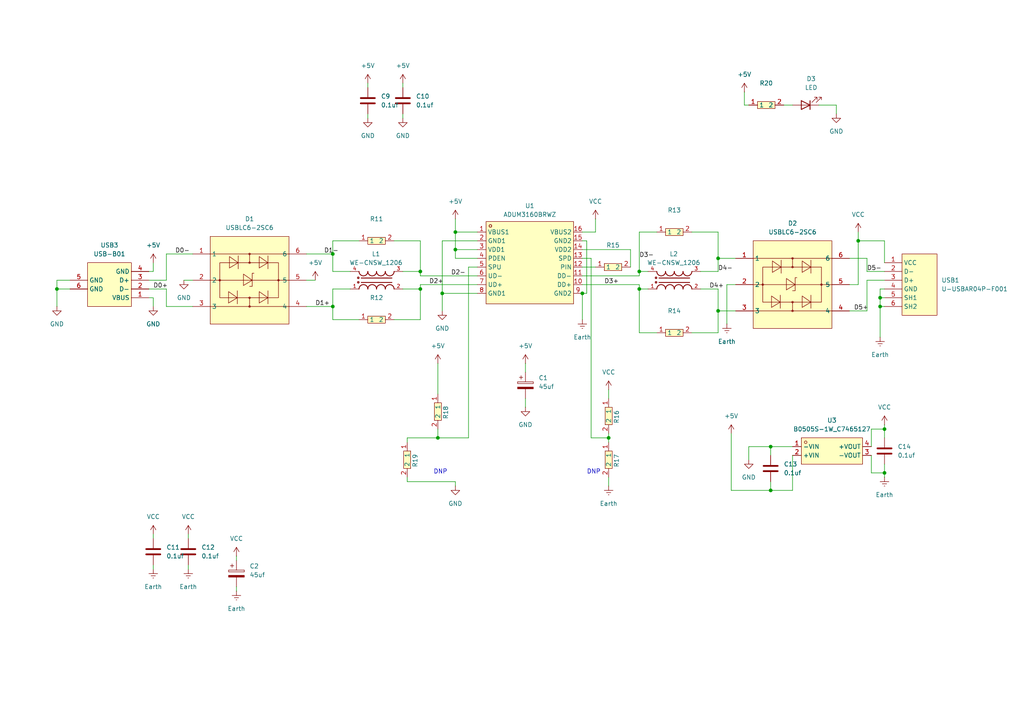
<source format=kicad_sch>
(kicad_sch
	(version 20250114)
	(generator "eeschema")
	(generator_version "9.0")
	(uuid "32ffd8e9-32f9-494d-be97-f65d1f523063")
	(paper "A4")
	(lib_symbols
		(symbol "Device:C"
			(pin_numbers
				(hide yes)
			)
			(pin_names
				(offset 0.254)
			)
			(exclude_from_sim no)
			(in_bom yes)
			(on_board yes)
			(property "Reference" "C"
				(at 0.635 2.54 0)
				(effects
					(font
						(size 1.27 1.27)
					)
					(justify left)
				)
			)
			(property "Value" "C"
				(at 0.635 -2.54 0)
				(effects
					(font
						(size 1.27 1.27)
					)
					(justify left)
				)
			)
			(property "Footprint" ""
				(at 0.9652 -3.81 0)
				(effects
					(font
						(size 1.27 1.27)
					)
					(hide yes)
				)
			)
			(property "Datasheet" "~"
				(at 0 0 0)
				(effects
					(font
						(size 1.27 1.27)
					)
					(hide yes)
				)
			)
			(property "Description" "Unpolarized capacitor"
				(at 0 0 0)
				(effects
					(font
						(size 1.27 1.27)
					)
					(hide yes)
				)
			)
			(property "ki_keywords" "cap capacitor"
				(at 0 0 0)
				(effects
					(font
						(size 1.27 1.27)
					)
					(hide yes)
				)
			)
			(property "ki_fp_filters" "C_*"
				(at 0 0 0)
				(effects
					(font
						(size 1.27 1.27)
					)
					(hide yes)
				)
			)
			(symbol "C_0_1"
				(polyline
					(pts
						(xy -2.032 0.762) (xy 2.032 0.762)
					)
					(stroke
						(width 0.508)
						(type default)
					)
					(fill
						(type none)
					)
				)
				(polyline
					(pts
						(xy -2.032 -0.762) (xy 2.032 -0.762)
					)
					(stroke
						(width 0.508)
						(type default)
					)
					(fill
						(type none)
					)
				)
			)
			(symbol "C_1_1"
				(pin passive line
					(at 0 3.81 270)
					(length 2.794)
					(name "~"
						(effects
							(font
								(size 1.27 1.27)
							)
						)
					)
					(number "1"
						(effects
							(font
								(size 1.27 1.27)
							)
						)
					)
				)
				(pin passive line
					(at 0 -3.81 90)
					(length 2.794)
					(name "~"
						(effects
							(font
								(size 1.27 1.27)
							)
						)
					)
					(number "2"
						(effects
							(font
								(size 1.27 1.27)
							)
						)
					)
				)
			)
			(embedded_fonts no)
		)
		(symbol "Device:C_Polarized"
			(pin_numbers
				(hide yes)
			)
			(pin_names
				(offset 0.254)
			)
			(exclude_from_sim no)
			(in_bom yes)
			(on_board yes)
			(property "Reference" "C"
				(at 0.635 2.54 0)
				(effects
					(font
						(size 1.27 1.27)
					)
					(justify left)
				)
			)
			(property "Value" "C_Polarized"
				(at 0.635 -2.54 0)
				(effects
					(font
						(size 1.27 1.27)
					)
					(justify left)
				)
			)
			(property "Footprint" ""
				(at 0.9652 -3.81 0)
				(effects
					(font
						(size 1.27 1.27)
					)
					(hide yes)
				)
			)
			(property "Datasheet" "~"
				(at 0 0 0)
				(effects
					(font
						(size 1.27 1.27)
					)
					(hide yes)
				)
			)
			(property "Description" "Polarized capacitor"
				(at 0 0 0)
				(effects
					(font
						(size 1.27 1.27)
					)
					(hide yes)
				)
			)
			(property "ki_keywords" "cap capacitor"
				(at 0 0 0)
				(effects
					(font
						(size 1.27 1.27)
					)
					(hide yes)
				)
			)
			(property "ki_fp_filters" "CP_*"
				(at 0 0 0)
				(effects
					(font
						(size 1.27 1.27)
					)
					(hide yes)
				)
			)
			(symbol "C_Polarized_0_1"
				(rectangle
					(start -2.286 0.508)
					(end 2.286 1.016)
					(stroke
						(width 0)
						(type default)
					)
					(fill
						(type none)
					)
				)
				(polyline
					(pts
						(xy -1.778 2.286) (xy -0.762 2.286)
					)
					(stroke
						(width 0)
						(type default)
					)
					(fill
						(type none)
					)
				)
				(polyline
					(pts
						(xy -1.27 2.794) (xy -1.27 1.778)
					)
					(stroke
						(width 0)
						(type default)
					)
					(fill
						(type none)
					)
				)
				(rectangle
					(start 2.286 -0.508)
					(end -2.286 -1.016)
					(stroke
						(width 0)
						(type default)
					)
					(fill
						(type outline)
					)
				)
			)
			(symbol "C_Polarized_1_1"
				(pin passive line
					(at 0 3.81 270)
					(length 2.794)
					(name "~"
						(effects
							(font
								(size 1.27 1.27)
							)
						)
					)
					(number "1"
						(effects
							(font
								(size 1.27 1.27)
							)
						)
					)
				)
				(pin passive line
					(at 0 -3.81 90)
					(length 2.794)
					(name "~"
						(effects
							(font
								(size 1.27 1.27)
							)
						)
					)
					(number "2"
						(effects
							(font
								(size 1.27 1.27)
							)
						)
					)
				)
			)
			(embedded_fonts no)
		)
		(symbol "Device:LED"
			(pin_numbers
				(hide yes)
			)
			(pin_names
				(offset 1.016)
				(hide yes)
			)
			(exclude_from_sim no)
			(in_bom yes)
			(on_board yes)
			(property "Reference" "D"
				(at 0 2.54 0)
				(effects
					(font
						(size 1.27 1.27)
					)
				)
			)
			(property "Value" "LED"
				(at 0 -2.54 0)
				(effects
					(font
						(size 1.27 1.27)
					)
				)
			)
			(property "Footprint" ""
				(at 0 0 0)
				(effects
					(font
						(size 1.27 1.27)
					)
					(hide yes)
				)
			)
			(property "Datasheet" "~"
				(at 0 0 0)
				(effects
					(font
						(size 1.27 1.27)
					)
					(hide yes)
				)
			)
			(property "Description" "Light emitting diode"
				(at 0 0 0)
				(effects
					(font
						(size 1.27 1.27)
					)
					(hide yes)
				)
			)
			(property "Sim.Pins" "1=K 2=A"
				(at 0 0 0)
				(effects
					(font
						(size 1.27 1.27)
					)
					(hide yes)
				)
			)
			(property "ki_keywords" "LED diode"
				(at 0 0 0)
				(effects
					(font
						(size 1.27 1.27)
					)
					(hide yes)
				)
			)
			(property "ki_fp_filters" "LED* LED_SMD:* LED_THT:*"
				(at 0 0 0)
				(effects
					(font
						(size 1.27 1.27)
					)
					(hide yes)
				)
			)
			(symbol "LED_0_1"
				(polyline
					(pts
						(xy -3.048 -0.762) (xy -4.572 -2.286) (xy -3.81 -2.286) (xy -4.572 -2.286) (xy -4.572 -1.524)
					)
					(stroke
						(width 0)
						(type default)
					)
					(fill
						(type none)
					)
				)
				(polyline
					(pts
						(xy -1.778 -0.762) (xy -3.302 -2.286) (xy -2.54 -2.286) (xy -3.302 -2.286) (xy -3.302 -1.524)
					)
					(stroke
						(width 0)
						(type default)
					)
					(fill
						(type none)
					)
				)
				(polyline
					(pts
						(xy -1.27 0) (xy 1.27 0)
					)
					(stroke
						(width 0)
						(type default)
					)
					(fill
						(type none)
					)
				)
				(polyline
					(pts
						(xy -1.27 -1.27) (xy -1.27 1.27)
					)
					(stroke
						(width 0.254)
						(type default)
					)
					(fill
						(type none)
					)
				)
				(polyline
					(pts
						(xy 1.27 -1.27) (xy 1.27 1.27) (xy -1.27 0) (xy 1.27 -1.27)
					)
					(stroke
						(width 0.254)
						(type default)
					)
					(fill
						(type none)
					)
				)
			)
			(symbol "LED_1_1"
				(pin passive line
					(at -3.81 0 0)
					(length 2.54)
					(name "K"
						(effects
							(font
								(size 1.27 1.27)
							)
						)
					)
					(number "1"
						(effects
							(font
								(size 1.27 1.27)
							)
						)
					)
				)
				(pin passive line
					(at 3.81 0 180)
					(length 2.54)
					(name "A"
						(effects
							(font
								(size 1.27 1.27)
							)
						)
					)
					(number "2"
						(effects
							(font
								(size 1.27 1.27)
							)
						)
					)
				)
			)
			(embedded_fonts no)
		)
		(symbol "WE-CNSW_1206:WE-CNSW_1206"
			(pin_names
				(offset 1.016)
			)
			(exclude_from_sim no)
			(in_bom yes)
			(on_board yes)
			(property "Reference" "L"
				(at 0 3.302 0)
				(effects
					(font
						(size 1.27 1.27)
					)
					(justify bottom)
				)
			)
			(property "Value" "WE-CNSW_1206"
				(at 0 -5.08 0)
				(effects
					(font
						(size 1.27 1.27)
					)
					(justify bottom)
				)
			)
			(property "Footprint" "WE-CNSW_1206:WE-CNSW_1206"
				(at 0 0 0)
				(effects
					(font
						(size 1.27 1.27)
					)
					(justify bottom)
					(hide yes)
				)
			)
			(property "Datasheet" ""
				(at 0 0 0)
				(effects
					(font
						(size 1.27 1.27)
					)
					(hide yes)
				)
			)
			(property "Description" ""
				(at 0 0 0)
				(effects
					(font
						(size 1.27 1.27)
					)
					(hide yes)
				)
			)
			(property "MF" "Wurth Electronics"
				(at 0 0 0)
				(effects
					(font
						(size 1.27 1.27)
					)
					(justify bottom)
					(hide yes)
				)
			)
			(property "Description_1" "Size 1206; Z = 90 Ω; IR = 370 mA; RDC = 0.3 Ω"
				(at 0 0 0)
				(effects
					(font
						(size 1.27 1.27)
					)
					(justify bottom)
					(hide yes)
				)
			)
			(property "Package" "Horizontal-4 Wurth"
				(at 0 0 0)
				(effects
					(font
						(size 1.27 1.27)
					)
					(justify bottom)
					(hide yes)
				)
			)
			(property "Price" "None"
				(at 0 0 0)
				(effects
					(font
						(size 1.27 1.27)
					)
					(justify bottom)
					(hide yes)
				)
			)
			(property "SnapEDA_Link" "https://www.snapeda.com/parts/744232090/Wurth+Electronics/view-part/?ref=snap"
				(at 0 0 0)
				(effects
					(font
						(size 1.27 1.27)
					)
					(justify bottom)
					(hide yes)
				)
			)
			(property "MP" "744232090"
				(at 0 0 0)
				(effects
					(font
						(size 1.27 1.27)
					)
					(justify bottom)
					(hide yes)
				)
			)
			(property "Availability" "In Stock"
				(at 0 0 0)
				(effects
					(font
						(size 1.27 1.27)
					)
					(justify bottom)
					(hide yes)
				)
			)
			(property "Check_prices" "https://www.snapeda.com/parts/744232090/Wurth+Electronics/view-part/?ref=eda"
				(at 0 0 0)
				(effects
					(font
						(size 1.27 1.27)
					)
					(justify bottom)
					(hide yes)
				)
			)
			(symbol "WE-CNSW_1206_0_0"
				(circle
					(center -5.3 0.7)
					(radius 0.1)
					(stroke
						(width 0.254)
						(type default)
					)
					(fill
						(type none)
					)
				)
				(circle
					(center -5.3 -0.6)
					(radius 0.1)
					(stroke
						(width 0.254)
						(type default)
					)
					(fill
						(type none)
					)
				)
				(polyline
					(pts
						(xy -4.445 0.635) (xy 4.445 0.635)
					)
					(stroke
						(width 0.254)
						(type default)
					)
					(fill
						(type none)
					)
				)
				(polyline
					(pts
						(xy -4.445 -0.635) (xy 4.445 -0.635)
					)
					(stroke
						(width 0.254)
						(type default)
					)
					(fill
						(type none)
					)
				)
				(arc
					(start -2.54 2.54)
					(mid -3.81 1.2755)
					(end -5.08 2.54)
					(stroke
						(width 0.254)
						(type default)
					)
					(fill
						(type none)
					)
				)
				(arc
					(start -5.08 -2.54)
					(mid -3.81 -1.2755)
					(end -2.54 -2.54)
					(stroke
						(width 0.254)
						(type default)
					)
					(fill
						(type none)
					)
				)
				(arc
					(start 0 2.54)
					(mid -1.27 1.2755)
					(end -2.54 2.54)
					(stroke
						(width 0.254)
						(type default)
					)
					(fill
						(type none)
					)
				)
				(arc
					(start -2.54 -2.54)
					(mid -1.27 -1.2755)
					(end 0 -2.54)
					(stroke
						(width 0.254)
						(type default)
					)
					(fill
						(type none)
					)
				)
				(arc
					(start 2.54 2.54)
					(mid 1.27 1.2755)
					(end 0 2.54)
					(stroke
						(width 0.254)
						(type default)
					)
					(fill
						(type none)
					)
				)
				(arc
					(start 0 -2.54)
					(mid 1.27 -1.2755)
					(end 2.54 -2.54)
					(stroke
						(width 0.254)
						(type default)
					)
					(fill
						(type none)
					)
				)
				(arc
					(start 5.08 2.54)
					(mid 3.81 1.2755)
					(end 2.54 2.54)
					(stroke
						(width 0.254)
						(type default)
					)
					(fill
						(type none)
					)
				)
				(arc
					(start 2.54 -2.54)
					(mid 3.81 -1.2755)
					(end 5.08 -2.54)
					(stroke
						(width 0.254)
						(type default)
					)
					(fill
						(type none)
					)
				)
				(pin passive line
					(at -7.62 2.54 0)
					(length 2.54)
					(name "~"
						(effects
							(font
								(size 1.016 1.016)
							)
						)
					)
					(number "4"
						(effects
							(font
								(size 1.016 1.016)
							)
						)
					)
				)
				(pin passive line
					(at -7.62 -2.54 0)
					(length 2.54)
					(name "~"
						(effects
							(font
								(size 1.016 1.016)
							)
						)
					)
					(number "1"
						(effects
							(font
								(size 1.016 1.016)
							)
						)
					)
				)
				(pin passive line
					(at 7.62 2.54 180)
					(length 2.54)
					(name "~"
						(effects
							(font
								(size 1.016 1.016)
							)
						)
					)
					(number "3"
						(effects
							(font
								(size 1.016 1.016)
							)
						)
					)
				)
				(pin passive line
					(at 7.62 -2.54 180)
					(length 2.54)
					(name "~"
						(effects
							(font
								(size 1.016 1.016)
							)
						)
					)
					(number "2"
						(effects
							(font
								(size 1.016 1.016)
							)
						)
					)
				)
			)
			(embedded_fonts no)
		)
		(symbol "easyeda2kicad:ADUM3160BRWZ"
			(exclude_from_sim no)
			(in_bom yes)
			(on_board yes)
			(property "Reference" "U"
				(at 0 13.97 0)
				(effects
					(font
						(size 1.27 1.27)
					)
				)
			)
			(property "Value" "ADUM3160BRWZ"
				(at 0 -13.97 0)
				(effects
					(font
						(size 1.27 1.27)
					)
				)
			)
			(property "Footprint" "easyeda2kicad:WSOIC-16_L10.3-W7.5-P1.27-LS10.3-BL"
				(at 0 -16.51 0)
				(effects
					(font
						(size 1.27 1.27)
					)
					(hide yes)
				)
			)
			(property "Datasheet" "https://lcsc.com/product-detail/USB_ADI_ADUM3160BRWZ_ADUM3160BRWZ_C108501.html"
				(at 0 -19.05 0)
				(effects
					(font
						(size 1.27 1.27)
					)
					(hide yes)
				)
			)
			(property "Description" ""
				(at 0 0 0)
				(effects
					(font
						(size 1.27 1.27)
					)
					(hide yes)
				)
			)
			(property "LCSC Part" "C108501"
				(at 0 -21.59 0)
				(effects
					(font
						(size 1.27 1.27)
					)
					(hide yes)
				)
			)
			(symbol "ADUM3160BRWZ_0_1"
				(rectangle
					(start -12.7 11.94)
					(end 12.7 -11.94)
					(stroke
						(width 0)
						(type default)
					)
					(fill
						(type background)
					)
				)
				(circle
					(center -11.43 10.67)
					(radius 0.38)
					(stroke
						(width 0)
						(type default)
					)
					(fill
						(type none)
					)
				)
				(circle
					(center -11.43 10.67)
					(radius 0.38)
					(stroke
						(width 0)
						(type default)
					)
					(fill
						(type none)
					)
				)
				(pin unspecified line
					(at -15.24 8.89 0)
					(length 2.54)
					(name "VBUS1"
						(effects
							(font
								(size 1.27 1.27)
							)
						)
					)
					(number "1"
						(effects
							(font
								(size 1.27 1.27)
							)
						)
					)
				)
				(pin unspecified line
					(at -15.24 6.35 0)
					(length 2.54)
					(name "GND1"
						(effects
							(font
								(size 1.27 1.27)
							)
						)
					)
					(number "2"
						(effects
							(font
								(size 1.27 1.27)
							)
						)
					)
				)
				(pin unspecified line
					(at -15.24 3.81 0)
					(length 2.54)
					(name "VDD1"
						(effects
							(font
								(size 1.27 1.27)
							)
						)
					)
					(number "3"
						(effects
							(font
								(size 1.27 1.27)
							)
						)
					)
				)
				(pin unspecified line
					(at -15.24 1.27 0)
					(length 2.54)
					(name "PDEN"
						(effects
							(font
								(size 1.27 1.27)
							)
						)
					)
					(number "4"
						(effects
							(font
								(size 1.27 1.27)
							)
						)
					)
				)
				(pin unspecified line
					(at -15.24 -1.27 0)
					(length 2.54)
					(name "SPU"
						(effects
							(font
								(size 1.27 1.27)
							)
						)
					)
					(number "5"
						(effects
							(font
								(size 1.27 1.27)
							)
						)
					)
				)
				(pin unspecified line
					(at -15.24 -3.81 0)
					(length 2.54)
					(name "UD-"
						(effects
							(font
								(size 1.27 1.27)
							)
						)
					)
					(number "6"
						(effects
							(font
								(size 1.27 1.27)
							)
						)
					)
				)
				(pin unspecified line
					(at -15.24 -6.35 0)
					(length 2.54)
					(name "UD+"
						(effects
							(font
								(size 1.27 1.27)
							)
						)
					)
					(number "7"
						(effects
							(font
								(size 1.27 1.27)
							)
						)
					)
				)
				(pin unspecified line
					(at -15.24 -8.89 0)
					(length 2.54)
					(name "GND1"
						(effects
							(font
								(size 1.27 1.27)
							)
						)
					)
					(number "8"
						(effects
							(font
								(size 1.27 1.27)
							)
						)
					)
				)
				(pin unspecified line
					(at 15.24 8.89 180)
					(length 2.54)
					(name "VBUS2"
						(effects
							(font
								(size 1.27 1.27)
							)
						)
					)
					(number "16"
						(effects
							(font
								(size 1.27 1.27)
							)
						)
					)
				)
				(pin unspecified line
					(at 15.24 6.35 180)
					(length 2.54)
					(name "GND2"
						(effects
							(font
								(size 1.27 1.27)
							)
						)
					)
					(number "15"
						(effects
							(font
								(size 1.27 1.27)
							)
						)
					)
				)
				(pin unspecified line
					(at 15.24 3.81 180)
					(length 2.54)
					(name "VDD2"
						(effects
							(font
								(size 1.27 1.27)
							)
						)
					)
					(number "14"
						(effects
							(font
								(size 1.27 1.27)
							)
						)
					)
				)
				(pin unspecified line
					(at 15.24 1.27 180)
					(length 2.54)
					(name "SPD"
						(effects
							(font
								(size 1.27 1.27)
							)
						)
					)
					(number "13"
						(effects
							(font
								(size 1.27 1.27)
							)
						)
					)
				)
				(pin unspecified line
					(at 15.24 -1.27 180)
					(length 2.54)
					(name "PIN"
						(effects
							(font
								(size 1.27 1.27)
							)
						)
					)
					(number "12"
						(effects
							(font
								(size 1.27 1.27)
							)
						)
					)
				)
				(pin unspecified line
					(at 15.24 -3.81 180)
					(length 2.54)
					(name "DD-"
						(effects
							(font
								(size 1.27 1.27)
							)
						)
					)
					(number "11"
						(effects
							(font
								(size 1.27 1.27)
							)
						)
					)
				)
				(pin unspecified line
					(at 15.24 -6.35 180)
					(length 2.54)
					(name "DD+"
						(effects
							(font
								(size 1.27 1.27)
							)
						)
					)
					(number "10"
						(effects
							(font
								(size 1.27 1.27)
							)
						)
					)
				)
				(pin unspecified line
					(at 15.24 -8.89 180)
					(length 2.54)
					(name "GND2"
						(effects
							(font
								(size 1.27 1.27)
							)
						)
					)
					(number "9"
						(effects
							(font
								(size 1.27 1.27)
							)
						)
					)
				)
			)
			(embedded_fonts no)
		)
		(symbol "easyeda2kicad:B0505S-1W_C7465127"
			(exclude_from_sim no)
			(in_bom yes)
			(on_board yes)
			(property "Reference" "U"
				(at 0 6.35 0)
				(effects
					(font
						(size 1.27 1.27)
					)
				)
			)
			(property "Value" "B0505S-1W_C7465127"
				(at 0 -6.35 0)
				(effects
					(font
						(size 1.27 1.27)
					)
				)
			)
			(property "Footprint" "easyeda2kicad:PWRM-TH_B0505S-1W"
				(at 0 -8.89 0)
				(effects
					(font
						(size 1.27 1.27)
					)
					(hide yes)
				)
			)
			(property "Datasheet" ""
				(at 0 0 0)
				(effects
					(font
						(size 1.27 1.27)
					)
					(hide yes)
				)
			)
			(property "Description" ""
				(at 0 0 0)
				(effects
					(font
						(size 1.27 1.27)
					)
					(hide yes)
				)
			)
			(property "LCSC Part" "C7465127"
				(at 0 -11.43 0)
				(effects
					(font
						(size 1.27 1.27)
					)
					(hide yes)
				)
			)
			(symbol "B0505S-1W_C7465127_0_1"
				(rectangle
					(start -8.89 3.81)
					(end 8.89 -3.81)
					(stroke
						(width 0)
						(type default)
					)
					(fill
						(type background)
					)
				)
				(circle
					(center -7.62 2.54)
					(radius 0.38)
					(stroke
						(width 0)
						(type default)
					)
					(fill
						(type none)
					)
				)
				(pin unspecified line
					(at -11.43 1.27 0)
					(length 2.54)
					(name "-VIN"
						(effects
							(font
								(size 1.27 1.27)
							)
						)
					)
					(number "1"
						(effects
							(font
								(size 1.27 1.27)
							)
						)
					)
				)
				(pin unspecified line
					(at -11.43 -1.27 0)
					(length 2.54)
					(name "+VIN"
						(effects
							(font
								(size 1.27 1.27)
							)
						)
					)
					(number "2"
						(effects
							(font
								(size 1.27 1.27)
							)
						)
					)
				)
				(pin unspecified line
					(at 11.43 1.27 180)
					(length 2.54)
					(name "+VOUT"
						(effects
							(font
								(size 1.27 1.27)
							)
						)
					)
					(number "4"
						(effects
							(font
								(size 1.27 1.27)
							)
						)
					)
				)
				(pin unspecified line
					(at 11.43 -1.27 180)
					(length 2.54)
					(name "-VOUT"
						(effects
							(font
								(size 1.27 1.27)
							)
						)
					)
					(number "3"
						(effects
							(font
								(size 1.27 1.27)
							)
						)
					)
				)
			)
			(embedded_fonts no)
		)
		(symbol "easyeda2kicad:RC0603JR-070RL"
			(exclude_from_sim no)
			(in_bom yes)
			(on_board yes)
			(property "Reference" "R"
				(at 0 5.08 0)
				(effects
					(font
						(size 1.27 1.27)
					)
				)
			)
			(property "Value" "RC0603JR-070RL"
				(at 0 -5.08 0)
				(effects
					(font
						(size 1.27 1.27)
					)
				)
			)
			(property "Footprint" "easyeda2kicad:R0603"
				(at 0 -7.62 0)
				(effects
					(font
						(size 1.27 1.27)
					)
					(hide yes)
				)
			)
			(property "Datasheet" "https://lcsc.com/product-detail/Chip-Resistor-Surface-Mount_0R-0R-5_C95177.html"
				(at 0 -10.16 0)
				(effects
					(font
						(size 1.27 1.27)
					)
					(hide yes)
				)
			)
			(property "Description" ""
				(at 0 0 0)
				(effects
					(font
						(size 1.27 1.27)
					)
					(hide yes)
				)
			)
			(property "LCSC Part" "C95177"
				(at 0 -12.7 0)
				(effects
					(font
						(size 1.27 1.27)
					)
					(hide yes)
				)
			)
			(symbol "RC0603JR-070RL_0_1"
				(rectangle
					(start -2.54 1.02)
					(end 2.54 -1.02)
					(stroke
						(width 0)
						(type default)
					)
					(fill
						(type background)
					)
				)
				(pin input line
					(at -5.08 0 0)
					(length 2.54)
					(name "1"
						(effects
							(font
								(size 1.27 1.27)
							)
						)
					)
					(number "1"
						(effects
							(font
								(size 1.27 1.27)
							)
						)
					)
				)
				(pin input line
					(at 5.08 0 180)
					(length 2.54)
					(name "2"
						(effects
							(font
								(size 1.27 1.27)
							)
						)
					)
					(number "2"
						(effects
							(font
								(size 1.27 1.27)
							)
						)
					)
				)
			)
			(embedded_fonts no)
		)
		(symbol "easyeda2kicad:U-USBAR04P-F001"
			(exclude_from_sim no)
			(in_bom yes)
			(on_board yes)
			(property "Reference" "USB"
				(at 0 12.7 0)
				(effects
					(font
						(size 1.27 1.27)
					)
				)
			)
			(property "Value" "U-USBAR04P-F001"
				(at 0 -10.16 0)
				(effects
					(font
						(size 1.27 1.27)
					)
				)
			)
			(property "Footprint" "easyeda2kicad:USB-A-TH_USB-302-T"
				(at 0 -12.7 0)
				(effects
					(font
						(size 1.27 1.27)
					)
					(hide yes)
				)
			)
			(property "Datasheet" "https://lcsc.com/product-detail/USB-Connectors_Shenzhen-Cankemeng-U-USBAR04P-F001_C386736.html"
				(at 0 -15.24 0)
				(effects
					(font
						(size 1.27 1.27)
					)
					(hide yes)
				)
			)
			(property "Description" ""
				(at 0 0 0)
				(effects
					(font
						(size 1.27 1.27)
					)
					(hide yes)
				)
			)
			(property "LCSC Part" "C386736"
				(at 0 -17.78 0)
				(effects
					(font
						(size 1.27 1.27)
					)
					(hide yes)
				)
			)
			(symbol "U-USBAR04P-F001_0_1"
				(rectangle
					(start -2.54 10.16)
					(end 7.62 -7.62)
					(stroke
						(width 0)
						(type default)
					)
					(fill
						(type background)
					)
				)
				(pin unspecified line
					(at -7.62 7.62 0)
					(length 5.08)
					(name "VCC"
						(effects
							(font
								(size 1.27 1.27)
							)
						)
					)
					(number "1"
						(effects
							(font
								(size 1.27 1.27)
							)
						)
					)
				)
				(pin unspecified line
					(at -7.62 5.08 0)
					(length 5.08)
					(name "D-"
						(effects
							(font
								(size 1.27 1.27)
							)
						)
					)
					(number "2"
						(effects
							(font
								(size 1.27 1.27)
							)
						)
					)
				)
				(pin unspecified line
					(at -7.62 2.54 0)
					(length 5.08)
					(name "D+"
						(effects
							(font
								(size 1.27 1.27)
							)
						)
					)
					(number "3"
						(effects
							(font
								(size 1.27 1.27)
							)
						)
					)
				)
				(pin unspecified line
					(at -7.62 0 0)
					(length 5.08)
					(name "GND"
						(effects
							(font
								(size 1.27 1.27)
							)
						)
					)
					(number "4"
						(effects
							(font
								(size 1.27 1.27)
							)
						)
					)
				)
				(pin unspecified line
					(at -7.62 -2.54 0)
					(length 5.08)
					(name "SH1"
						(effects
							(font
								(size 1.27 1.27)
							)
						)
					)
					(number "5"
						(effects
							(font
								(size 1.27 1.27)
							)
						)
					)
				)
				(pin unspecified line
					(at -7.62 -5.08 0)
					(length 5.08)
					(name "SH2"
						(effects
							(font
								(size 1.27 1.27)
							)
						)
					)
					(number "6"
						(effects
							(font
								(size 1.27 1.27)
							)
						)
					)
				)
			)
			(embedded_fonts no)
		)
		(symbol "easyeda2kicad:USB-B01"
			(exclude_from_sim no)
			(in_bom yes)
			(on_board yes)
			(property "Reference" "USB"
				(at 0 10.16 0)
				(effects
					(font
						(size 1.27 1.27)
					)
				)
			)
			(property "Value" "USB-B01"
				(at 0 -7.62 0)
				(effects
					(font
						(size 1.27 1.27)
					)
				)
			)
			(property "Footprint" "easyeda2kicad:USB-B-TH_USB-B01"
				(at 0 -10.16 0)
				(effects
					(font
						(size 1.27 1.27)
					)
					(hide yes)
				)
			)
			(property "Datasheet" "https://lcsc.com/product-detail/New-Arrivals_SOFNG-USB-B01_C498173.html"
				(at 0 -12.7 0)
				(effects
					(font
						(size 1.27 1.27)
					)
					(hide yes)
				)
			)
			(property "Description" ""
				(at 0 0 0)
				(effects
					(font
						(size 1.27 1.27)
					)
					(hide yes)
				)
			)
			(property "LCSC Part" "C498173"
				(at 0 -15.24 0)
				(effects
					(font
						(size 1.27 1.27)
					)
					(hide yes)
				)
			)
			(symbol "USB-B01_0_1"
				(rectangle
					(start -5.08 7.62)
					(end 7.62 -5.08)
					(stroke
						(width 0)
						(type default)
					)
					(fill
						(type background)
					)
				)
				(pin unspecified line
					(at -10.16 5.08 0)
					(length 5.08)
					(name "VBUS"
						(effects
							(font
								(size 1.27 1.27)
							)
						)
					)
					(number "1"
						(effects
							(font
								(size 1.27 1.27)
							)
						)
					)
				)
				(pin unspecified line
					(at -10.16 2.54 0)
					(length 5.08)
					(name "D-"
						(effects
							(font
								(size 1.27 1.27)
							)
						)
					)
					(number "2"
						(effects
							(font
								(size 1.27 1.27)
							)
						)
					)
				)
				(pin unspecified line
					(at -10.16 0 0)
					(length 5.08)
					(name "D+"
						(effects
							(font
								(size 1.27 1.27)
							)
						)
					)
					(number "3"
						(effects
							(font
								(size 1.27 1.27)
							)
						)
					)
				)
				(pin unspecified line
					(at -10.16 -2.54 0)
					(length 5.08)
					(name "GND"
						(effects
							(font
								(size 1.27 1.27)
							)
						)
					)
					(number "4"
						(effects
							(font
								(size 1.27 1.27)
							)
						)
					)
				)
				(pin unspecified line
					(at 12.7 2.54 180)
					(length 5.08)
					(name "GND"
						(effects
							(font
								(size 1.27 1.27)
							)
						)
					)
					(number "6"
						(effects
							(font
								(size 1.27 1.27)
							)
						)
					)
				)
				(pin unspecified line
					(at 12.7 0 180)
					(length 5.08)
					(name "GND"
						(effects
							(font
								(size 1.27 1.27)
							)
						)
					)
					(number "5"
						(effects
							(font
								(size 1.27 1.27)
							)
						)
					)
				)
			)
			(embedded_fonts no)
		)
		(symbol "easyeda2kicad:USBLC6-2SC6"
			(exclude_from_sim no)
			(in_bom yes)
			(on_board yes)
			(property "Reference" "D"
				(at 0 12.7 0)
				(effects
					(font
						(size 1.27 1.27)
					)
				)
			)
			(property "Value" "USBLC6-2SC6"
				(at 0 -12.7 0)
				(effects
					(font
						(size 1.27 1.27)
					)
				)
			)
			(property "Footprint" "easyeda2kicad:SOT-23-6_L2.9-W1.6-P0.95-LS2.8-BL"
				(at 0 -15.24 0)
				(effects
					(font
						(size 1.27 1.27)
					)
					(hide yes)
				)
			)
			(property "Datasheet" "https://lcsc.com/product-detail/Diodes-ESD_STMicroelectronics_USBLC6-2SC6_USBLC6-2SC6_C7519.html"
				(at 0 -17.78 0)
				(effects
					(font
						(size 1.27 1.27)
					)
					(hide yes)
				)
			)
			(property "Description" ""
				(at 0 0 0)
				(effects
					(font
						(size 1.27 1.27)
					)
					(hide yes)
				)
			)
			(property "LCSC Part" "C7519"
				(at 0 -20.32 0)
				(effects
					(font
						(size 1.27 1.27)
					)
					(hide yes)
				)
			)
			(symbol "USBLC6-2SC6_0_1"
				(rectangle
					(start -11.43 12.7)
					(end 11.43 -12.7)
					(stroke
						(width 0)
						(type default)
					)
					(fill
						(type background)
					)
				)
				(polyline
					(pts
						(xy -11.43 7.62) (xy 11.43 7.62)
					)
					(stroke
						(width 0)
						(type default)
					)
					(fill
						(type none)
					)
				)
				(polyline
					(pts
						(xy -11.43 0) (xy 11.43 0)
					)
					(stroke
						(width 0)
						(type default)
					)
					(fill
						(type none)
					)
				)
				(polyline
					(pts
						(xy -11.43 -7.62) (xy 11.43 -7.62)
					)
					(stroke
						(width 0)
						(type default)
					)
					(fill
						(type none)
					)
				)
				(circle
					(center -8.64 0)
					(radius 0.25)
					(stroke
						(width 0)
						(type default)
					)
					(fill
						(type none)
					)
				)
				(polyline
					(pts
						(xy -8.64 0) (xy -8.64 5.08) (xy 8.38 5.08) (xy 8.38 -5.08) (xy -8.64 -5.08) (xy -8.64 0)
					)
					(stroke
						(width 0)
						(type default)
					)
					(fill
						(type background)
					)
				)
				(polyline
					(pts
						(xy -6.1 -6.6) (xy -3.56 -5.08) (xy -6.1 -3.3) (xy -6.1 -6.6)
					)
					(stroke
						(width 0)
						(type default)
					)
					(fill
						(type background)
					)
				)
				(polyline
					(pts
						(xy -5.84 3.56) (xy -3.3 5.08) (xy -5.84 6.86) (xy -5.84 3.56)
					)
					(stroke
						(width 0)
						(type default)
					)
					(fill
						(type background)
					)
				)
				(polyline
					(pts
						(xy -3.56 -3.05) (xy -3.56 -3.05) (xy -3.56 -6.86) (xy -3.56 -6.86)
					)
					(stroke
						(width 0)
						(type default)
					)
					(fill
						(type none)
					)
				)
				(polyline
					(pts
						(xy -3.3 7.11) (xy -3.3 7.11) (xy -3.3 3.3) (xy -3.3 3.3)
					)
					(stroke
						(width 0)
						(type default)
					)
					(fill
						(type none)
					)
				)
				(polyline
					(pts
						(xy -1.78 -1.52) (xy 0.76 0) (xy -1.78 1.78) (xy -1.78 -1.52)
					)
					(stroke
						(width 0)
						(type default)
					)
					(fill
						(type background)
					)
				)
				(circle
					(center 0 7.62)
					(radius 0.25)
					(stroke
						(width 0)
						(type default)
					)
					(fill
						(type none)
					)
				)
				(polyline
					(pts
						(xy 0 7.62) (xy 0 5.08)
					)
					(stroke
						(width 0)
						(type default)
					)
					(fill
						(type none)
					)
				)
				(circle
					(center 0 5.08)
					(radius 0.25)
					(stroke
						(width 0)
						(type default)
					)
					(fill
						(type none)
					)
				)
				(circle
					(center 0 -5.08)
					(radius 0.25)
					(stroke
						(width 0)
						(type default)
					)
					(fill
						(type none)
					)
				)
				(polyline
					(pts
						(xy 0 -7.62) (xy 0 -5.08)
					)
					(stroke
						(width 0)
						(type default)
					)
					(fill
						(type none)
					)
				)
				(circle
					(center 0 -7.62)
					(radius 0.25)
					(stroke
						(width 0)
						(type default)
					)
					(fill
						(type none)
					)
				)
				(polyline
					(pts
						(xy 1.27 2.03) (xy 0.76 2.03) (xy 0.76 -1.78) (xy 0 -1.78)
					)
					(stroke
						(width 0)
						(type default)
					)
					(fill
						(type none)
					)
				)
				(polyline
					(pts
						(xy 2.79 3.56) (xy 5.33 5.08) (xy 2.79 6.86) (xy 2.79 3.56)
					)
					(stroke
						(width 0)
						(type default)
					)
					(fill
						(type background)
					)
				)
				(polyline
					(pts
						(xy 2.79 -6.6) (xy 5.33 -5.08) (xy 2.79 -3.3) (xy 2.79 -6.6)
					)
					(stroke
						(width 0)
						(type default)
					)
					(fill
						(type background)
					)
				)
				(polyline
					(pts
						(xy 5.33 7.11) (xy 5.33 7.11) (xy 5.33 3.3) (xy 5.33 3.3)
					)
					(stroke
						(width 0)
						(type default)
					)
					(fill
						(type none)
					)
				)
				(polyline
					(pts
						(xy 5.33 -3.05) (xy 5.33 -3.05) (xy 5.33 -6.86) (xy 5.33 -6.86)
					)
					(stroke
						(width 0)
						(type default)
					)
					(fill
						(type none)
					)
				)
				(circle
					(center 8.38 0)
					(radius 0.25)
					(stroke
						(width 0)
						(type default)
					)
					(fill
						(type none)
					)
				)
				(pin input line
					(at -16.51 7.62 0)
					(length 5.08)
					(name "1"
						(effects
							(font
								(size 1.27 1.27)
							)
						)
					)
					(number "1"
						(effects
							(font
								(size 1.27 1.27)
							)
						)
					)
				)
				(pin input line
					(at -16.51 0 0)
					(length 5.08)
					(name "2"
						(effects
							(font
								(size 1.27 1.27)
							)
						)
					)
					(number "2"
						(effects
							(font
								(size 1.27 1.27)
							)
						)
					)
				)
				(pin input line
					(at -16.51 -7.62 0)
					(length 5.08)
					(name "3"
						(effects
							(font
								(size 1.27 1.27)
							)
						)
					)
					(number "3"
						(effects
							(font
								(size 1.27 1.27)
							)
						)
					)
				)
				(pin input line
					(at 16.51 7.62 180)
					(length 5.08)
					(name "6"
						(effects
							(font
								(size 1.27 1.27)
							)
						)
					)
					(number "6"
						(effects
							(font
								(size 1.27 1.27)
							)
						)
					)
				)
				(pin input line
					(at 16.51 0 180)
					(length 5.08)
					(name "5"
						(effects
							(font
								(size 1.27 1.27)
							)
						)
					)
					(number "5"
						(effects
							(font
								(size 1.27 1.27)
							)
						)
					)
				)
				(pin input line
					(at 16.51 -7.62 180)
					(length 5.08)
					(name "4"
						(effects
							(font
								(size 1.27 1.27)
							)
						)
					)
					(number "4"
						(effects
							(font
								(size 1.27 1.27)
							)
						)
					)
				)
			)
			(embedded_fonts no)
		)
		(symbol "power:+5V"
			(power)
			(pin_numbers
				(hide yes)
			)
			(pin_names
				(offset 0)
				(hide yes)
			)
			(exclude_from_sim no)
			(in_bom yes)
			(on_board yes)
			(property "Reference" "#PWR"
				(at 0 -3.81 0)
				(effects
					(font
						(size 1.27 1.27)
					)
					(hide yes)
				)
			)
			(property "Value" "+5V"
				(at 0 3.556 0)
				(effects
					(font
						(size 1.27 1.27)
					)
				)
			)
			(property "Footprint" ""
				(at 0 0 0)
				(effects
					(font
						(size 1.27 1.27)
					)
					(hide yes)
				)
			)
			(property "Datasheet" ""
				(at 0 0 0)
				(effects
					(font
						(size 1.27 1.27)
					)
					(hide yes)
				)
			)
			(property "Description" "Power symbol creates a global label with name \"+5V\""
				(at 0 0 0)
				(effects
					(font
						(size 1.27 1.27)
					)
					(hide yes)
				)
			)
			(property "ki_keywords" "global power"
				(at 0 0 0)
				(effects
					(font
						(size 1.27 1.27)
					)
					(hide yes)
				)
			)
			(symbol "+5V_0_1"
				(polyline
					(pts
						(xy -0.762 1.27) (xy 0 2.54)
					)
					(stroke
						(width 0)
						(type default)
					)
					(fill
						(type none)
					)
				)
				(polyline
					(pts
						(xy 0 2.54) (xy 0.762 1.27)
					)
					(stroke
						(width 0)
						(type default)
					)
					(fill
						(type none)
					)
				)
				(polyline
					(pts
						(xy 0 0) (xy 0 2.54)
					)
					(stroke
						(width 0)
						(type default)
					)
					(fill
						(type none)
					)
				)
			)
			(symbol "+5V_1_1"
				(pin power_in line
					(at 0 0 90)
					(length 0)
					(name "~"
						(effects
							(font
								(size 1.27 1.27)
							)
						)
					)
					(number "1"
						(effects
							(font
								(size 1.27 1.27)
							)
						)
					)
				)
			)
			(embedded_fonts no)
		)
		(symbol "power:Earth"
			(power)
			(pin_numbers
				(hide yes)
			)
			(pin_names
				(offset 0)
				(hide yes)
			)
			(exclude_from_sim no)
			(in_bom yes)
			(on_board yes)
			(property "Reference" "#PWR"
				(at 0 -6.35 0)
				(effects
					(font
						(size 1.27 1.27)
					)
					(hide yes)
				)
			)
			(property "Value" "Earth"
				(at 0 -3.81 0)
				(effects
					(font
						(size 1.27 1.27)
					)
				)
			)
			(property "Footprint" ""
				(at 0 0 0)
				(effects
					(font
						(size 1.27 1.27)
					)
					(hide yes)
				)
			)
			(property "Datasheet" "~"
				(at 0 0 0)
				(effects
					(font
						(size 1.27 1.27)
					)
					(hide yes)
				)
			)
			(property "Description" "Power symbol creates a global label with name \"Earth\""
				(at 0 0 0)
				(effects
					(font
						(size 1.27 1.27)
					)
					(hide yes)
				)
			)
			(property "ki_keywords" "global ground gnd"
				(at 0 0 0)
				(effects
					(font
						(size 1.27 1.27)
					)
					(hide yes)
				)
			)
			(symbol "Earth_0_1"
				(polyline
					(pts
						(xy -0.635 -1.905) (xy 0.635 -1.905)
					)
					(stroke
						(width 0)
						(type default)
					)
					(fill
						(type none)
					)
				)
				(polyline
					(pts
						(xy -0.127 -2.54) (xy 0.127 -2.54)
					)
					(stroke
						(width 0)
						(type default)
					)
					(fill
						(type none)
					)
				)
				(polyline
					(pts
						(xy 0 -1.27) (xy 0 0)
					)
					(stroke
						(width 0)
						(type default)
					)
					(fill
						(type none)
					)
				)
				(polyline
					(pts
						(xy 1.27 -1.27) (xy -1.27 -1.27)
					)
					(stroke
						(width 0)
						(type default)
					)
					(fill
						(type none)
					)
				)
			)
			(symbol "Earth_1_1"
				(pin power_in line
					(at 0 0 270)
					(length 0)
					(name "~"
						(effects
							(font
								(size 1.27 1.27)
							)
						)
					)
					(number "1"
						(effects
							(font
								(size 1.27 1.27)
							)
						)
					)
				)
			)
			(embedded_fonts no)
		)
		(symbol "power:GND"
			(power)
			(pin_numbers
				(hide yes)
			)
			(pin_names
				(offset 0)
				(hide yes)
			)
			(exclude_from_sim no)
			(in_bom yes)
			(on_board yes)
			(property "Reference" "#PWR"
				(at 0 -6.35 0)
				(effects
					(font
						(size 1.27 1.27)
					)
					(hide yes)
				)
			)
			(property "Value" "GND"
				(at 0 -3.81 0)
				(effects
					(font
						(size 1.27 1.27)
					)
				)
			)
			(property "Footprint" ""
				(at 0 0 0)
				(effects
					(font
						(size 1.27 1.27)
					)
					(hide yes)
				)
			)
			(property "Datasheet" ""
				(at 0 0 0)
				(effects
					(font
						(size 1.27 1.27)
					)
					(hide yes)
				)
			)
			(property "Description" "Power symbol creates a global label with name \"GND\" , ground"
				(at 0 0 0)
				(effects
					(font
						(size 1.27 1.27)
					)
					(hide yes)
				)
			)
			(property "ki_keywords" "global power"
				(at 0 0 0)
				(effects
					(font
						(size 1.27 1.27)
					)
					(hide yes)
				)
			)
			(symbol "GND_0_1"
				(polyline
					(pts
						(xy 0 0) (xy 0 -1.27) (xy 1.27 -1.27) (xy 0 -2.54) (xy -1.27 -1.27) (xy 0 -1.27)
					)
					(stroke
						(width 0)
						(type default)
					)
					(fill
						(type none)
					)
				)
			)
			(symbol "GND_1_1"
				(pin power_in line
					(at 0 0 270)
					(length 0)
					(name "~"
						(effects
							(font
								(size 1.27 1.27)
							)
						)
					)
					(number "1"
						(effects
							(font
								(size 1.27 1.27)
							)
						)
					)
				)
			)
			(embedded_fonts no)
		)
		(symbol "power:VCC"
			(power)
			(pin_numbers
				(hide yes)
			)
			(pin_names
				(offset 0)
				(hide yes)
			)
			(exclude_from_sim no)
			(in_bom yes)
			(on_board yes)
			(property "Reference" "#PWR"
				(at 0 -3.81 0)
				(effects
					(font
						(size 1.27 1.27)
					)
					(hide yes)
				)
			)
			(property "Value" "VCC"
				(at 0 3.556 0)
				(effects
					(font
						(size 1.27 1.27)
					)
				)
			)
			(property "Footprint" ""
				(at 0 0 0)
				(effects
					(font
						(size 1.27 1.27)
					)
					(hide yes)
				)
			)
			(property "Datasheet" ""
				(at 0 0 0)
				(effects
					(font
						(size 1.27 1.27)
					)
					(hide yes)
				)
			)
			(property "Description" "Power symbol creates a global label with name \"VCC\""
				(at 0 0 0)
				(effects
					(font
						(size 1.27 1.27)
					)
					(hide yes)
				)
			)
			(property "ki_keywords" "global power"
				(at 0 0 0)
				(effects
					(font
						(size 1.27 1.27)
					)
					(hide yes)
				)
			)
			(symbol "VCC_0_1"
				(polyline
					(pts
						(xy -0.762 1.27) (xy 0 2.54)
					)
					(stroke
						(width 0)
						(type default)
					)
					(fill
						(type none)
					)
				)
				(polyline
					(pts
						(xy 0 2.54) (xy 0.762 1.27)
					)
					(stroke
						(width 0)
						(type default)
					)
					(fill
						(type none)
					)
				)
				(polyline
					(pts
						(xy 0 0) (xy 0 2.54)
					)
					(stroke
						(width 0)
						(type default)
					)
					(fill
						(type none)
					)
				)
			)
			(symbol "VCC_1_1"
				(pin power_in line
					(at 0 0 90)
					(length 0)
					(name "~"
						(effects
							(font
								(size 1.27 1.27)
							)
						)
					)
					(number "1"
						(effects
							(font
								(size 1.27 1.27)
							)
						)
					)
				)
			)
			(embedded_fonts no)
		)
	)
	(text "DNP"
		(exclude_from_sim no)
		(at 172.212 136.906 0)
		(effects
			(font
				(size 1.27 1.27)
			)
		)
		(uuid "0714ceea-7a48-4979-b0e7-28fa1415c601")
	)
	(text "DNP"
		(exclude_from_sim no)
		(at 127.762 136.906 0)
		(effects
			(font
				(size 1.27 1.27)
			)
		)
		(uuid "fca038da-10c1-408d-b118-e5e46b0a780d")
	)
	(junction
		(at 121.92 83.82)
		(diameter 0)
		(color 0 0 0 0)
		(uuid "0e13f082-ec33-4ca3-8034-597edc76aee3")
	)
	(junction
		(at 127 127)
		(diameter 0)
		(color 0 0 0 0)
		(uuid "1a42ba19-720d-4346-bea3-51d27ab4baf2")
	)
	(junction
		(at 96.52 88.9)
		(diameter 0)
		(color 0 0 0 0)
		(uuid "2b6b9a27-7319-4dd4-97c9-5ceb89290c4d")
	)
	(junction
		(at 128.27 85.09)
		(diameter 0)
		(color 0 0 0 0)
		(uuid "3306edf0-12aa-4a12-86fb-16b6c6f98629")
	)
	(junction
		(at 256.54 137.16)
		(diameter 0)
		(color 0 0 0 0)
		(uuid "52500ae2-cd15-446f-9a54-e0f02160216c")
	)
	(junction
		(at 132.08 72.39)
		(diameter 0)
		(color 0 0 0 0)
		(uuid "6887c50f-3d1a-4a8e-9afb-5b5d6c7b73a6")
	)
	(junction
		(at 255.27 86.36)
		(diameter 0)
		(color 0 0 0 0)
		(uuid "79d521a1-8cca-48a3-bba6-a5525403394c")
	)
	(junction
		(at 208.28 74.93)
		(diameter 0)
		(color 0 0 0 0)
		(uuid "8ff0c317-fa27-41cd-bedc-82c5fe4de3a9")
	)
	(junction
		(at 248.92 69.85)
		(diameter 0)
		(color 0 0 0 0)
		(uuid "9423b92b-5087-4f5a-81cd-ea22e1e0ffa5")
	)
	(junction
		(at 132.08 67.31)
		(diameter 0)
		(color 0 0 0 0)
		(uuid "9438fb9c-be3b-4e47-a959-141905e951ba")
	)
	(junction
		(at 168.91 85.09)
		(diameter 0)
		(color 0 0 0 0)
		(uuid "996a0373-e59d-47a7-a552-fc98f91a8ea0")
	)
	(junction
		(at 255.27 88.9)
		(diameter 0)
		(color 0 0 0 0)
		(uuid "a2c54e70-9f48-4c74-8b0a-7e802c113b40")
	)
	(junction
		(at 96.52 73.66)
		(diameter 0)
		(color 0 0 0 0)
		(uuid "a7aef00a-5430-48f8-8349-e035a63161e9")
	)
	(junction
		(at 223.52 129.54)
		(diameter 0)
		(color 0 0 0 0)
		(uuid "a7ccfaee-65e3-414c-8938-bdca6628e3c3")
	)
	(junction
		(at 256.54 124.46)
		(diameter 0)
		(color 0 0 0 0)
		(uuid "b1e55868-5ca2-4fc5-9922-6b7562d665f1")
	)
	(junction
		(at 185.42 83.82)
		(diameter 0)
		(color 0 0 0 0)
		(uuid "be802a98-8db2-480a-9b7b-f8cfb25c844c")
	)
	(junction
		(at 176.53 127)
		(diameter 0)
		(color 0 0 0 0)
		(uuid "c5e491d3-11c5-45c0-9644-a5f5fc9974f8")
	)
	(junction
		(at 185.42 78.74)
		(diameter 0)
		(color 0 0 0 0)
		(uuid "dd555080-39f5-45ee-8c94-8ae68bc42b0b")
	)
	(junction
		(at 121.92 78.74)
		(diameter 0)
		(color 0 0 0 0)
		(uuid "dd8aef83-21c6-48e4-aa1b-412bbb2c5f8a")
	)
	(junction
		(at 16.51 83.82)
		(diameter 0)
		(color 0 0 0 0)
		(uuid "deb03c36-4988-4fc3-bc44-f982194ff91a")
	)
	(junction
		(at 208.28 90.17)
		(diameter 0)
		(color 0 0 0 0)
		(uuid "f2f0ebeb-35ac-41e0-ab69-ee18c388b179")
	)
	(junction
		(at 223.52 142.24)
		(diameter 0)
		(color 0 0 0 0)
		(uuid "fae383b8-f770-401d-b104-1fb154580442")
	)
	(wire
		(pts
			(xy 16.51 83.82) (xy 20.32 83.82)
		)
		(stroke
			(width 0)
			(type default)
		)
		(uuid "008cc32b-6dab-4cee-acf9-8b6eacf23b07")
	)
	(wire
		(pts
			(xy 96.52 83.82) (xy 101.6 83.82)
		)
		(stroke
			(width 0)
			(type default)
		)
		(uuid "02d08f2d-d094-4bff-a650-143e246dc9ae")
	)
	(wire
		(pts
			(xy 168.91 77.47) (xy 172.72 77.47)
		)
		(stroke
			(width 0)
			(type default)
		)
		(uuid "0304abe0-6c1d-4496-a4a1-3030f5502d9d")
	)
	(wire
		(pts
			(xy 185.42 78.74) (xy 185.42 80.01)
		)
		(stroke
			(width 0)
			(type default)
		)
		(uuid "033f06a0-7a93-4fe3-8318-8a594441b08f")
	)
	(wire
		(pts
			(xy 168.91 85.09) (xy 168.91 92.71)
		)
		(stroke
			(width 0)
			(type default)
		)
		(uuid "0877e570-be15-4e08-b96a-5bdd5b18f6ac")
	)
	(wire
		(pts
			(xy 121.92 80.01) (xy 138.43 80.01)
		)
		(stroke
			(width 0)
			(type default)
		)
		(uuid "0e33236c-557a-44cb-975f-e84349351a00")
	)
	(wire
		(pts
			(xy 88.9 81.28) (xy 91.44 81.28)
		)
		(stroke
			(width 0)
			(type default)
		)
		(uuid "104f3785-1c19-47b3-86fd-66c258ec4b41")
	)
	(wire
		(pts
			(xy 96.52 88.9) (xy 96.52 83.82)
		)
		(stroke
			(width 0)
			(type default)
		)
		(uuid "145870c2-2f03-4073-b74b-443f8e49b542")
	)
	(wire
		(pts
			(xy 104.14 69.85) (xy 96.52 69.85)
		)
		(stroke
			(width 0)
			(type default)
		)
		(uuid "15ec0960-39dd-49be-9ceb-a29ab68db8ab")
	)
	(wire
		(pts
			(xy 255.27 86.36) (xy 255.27 83.82)
		)
		(stroke
			(width 0)
			(type default)
		)
		(uuid "168a2ece-4b06-4806-b2b4-643b44d8d4ac")
	)
	(wire
		(pts
			(xy 168.91 67.31) (xy 172.72 67.31)
		)
		(stroke
			(width 0)
			(type default)
		)
		(uuid "168fa2da-d238-4641-8547-4986f4659b52")
	)
	(wire
		(pts
			(xy 44.45 86.36) (xy 44.45 88.9)
		)
		(stroke
			(width 0)
			(type default)
		)
		(uuid "194ac303-c8fb-461f-afb7-307eb1491b6f")
	)
	(wire
		(pts
			(xy 43.18 81.28) (xy 48.26 81.28)
		)
		(stroke
			(width 0)
			(type default)
		)
		(uuid "211c6c5f-48cd-47d0-94ca-e755ff782d8c")
	)
	(wire
		(pts
			(xy 171.45 74.93) (xy 171.45 127)
		)
		(stroke
			(width 0)
			(type default)
		)
		(uuid "239bdfe9-0c66-4325-915e-4fb9289a667b")
	)
	(wire
		(pts
			(xy 185.42 78.74) (xy 187.96 78.74)
		)
		(stroke
			(width 0)
			(type default)
		)
		(uuid "23e829a5-ee5f-4ce1-9e64-15b118132b6e")
	)
	(wire
		(pts
			(xy 212.09 125.73) (xy 212.09 142.24)
		)
		(stroke
			(width 0)
			(type default)
		)
		(uuid "2678a4da-75e7-4eb3-8037-c3f089ba6384")
	)
	(wire
		(pts
			(xy 223.52 129.54) (xy 223.52 132.08)
		)
		(stroke
			(width 0)
			(type default)
		)
		(uuid "2748cb51-9b26-426d-8494-cde54b68971d")
	)
	(wire
		(pts
			(xy 106.68 34.29) (xy 106.68 33.02)
		)
		(stroke
			(width 0)
			(type default)
		)
		(uuid "27575c11-753f-4527-a51c-0cd8b5acd33e")
	)
	(wire
		(pts
			(xy 252.73 124.46) (xy 252.73 129.54)
		)
		(stroke
			(width 0)
			(type default)
		)
		(uuid "287c310e-6191-47b3-9618-c29b106a71d9")
	)
	(wire
		(pts
			(xy 215.9 26.67) (xy 215.9 30.48)
		)
		(stroke
			(width 0)
			(type default)
		)
		(uuid "28959cac-d262-41d2-a41e-820015c538ad")
	)
	(wire
		(pts
			(xy 132.08 139.7) (xy 132.08 140.97)
		)
		(stroke
			(width 0)
			(type default)
		)
		(uuid "2921c14d-d6cf-4e36-8216-b3a3fbacf310")
	)
	(wire
		(pts
			(xy 121.92 83.82) (xy 121.92 82.55)
		)
		(stroke
			(width 0)
			(type default)
		)
		(uuid "2989ce4a-5448-4e83-8eb5-fbc72f472c3b")
	)
	(wire
		(pts
			(xy 251.46 74.93) (xy 251.46 78.74)
		)
		(stroke
			(width 0)
			(type default)
		)
		(uuid "2bb5489c-8dd7-4ca2-b793-4bf7dc213d2d")
	)
	(wire
		(pts
			(xy 43.18 83.82) (xy 48.26 83.82)
		)
		(stroke
			(width 0)
			(type default)
		)
		(uuid "2e46de0f-52fe-41c4-babc-bf8e3dc488e1")
	)
	(wire
		(pts
			(xy 48.26 83.82) (xy 48.26 88.9)
		)
		(stroke
			(width 0)
			(type default)
		)
		(uuid "3119b7b3-c9c4-48f5-94f6-b8c0b4ed8b21")
	)
	(wire
		(pts
			(xy 168.91 82.55) (xy 185.42 82.55)
		)
		(stroke
			(width 0)
			(type default)
		)
		(uuid "32b5abf4-f05b-46a4-a350-ac628737bef5")
	)
	(wire
		(pts
			(xy 88.9 73.66) (xy 96.52 73.66)
		)
		(stroke
			(width 0)
			(type default)
		)
		(uuid "360a250e-0904-47be-b9d5-6a63f468dc02")
	)
	(wire
		(pts
			(xy 248.92 82.55) (xy 246.38 82.55)
		)
		(stroke
			(width 0)
			(type default)
		)
		(uuid "370bb0d2-01c0-419e-80c4-1c4fa8338226")
	)
	(wire
		(pts
			(xy 200.66 96.52) (xy 208.28 96.52)
		)
		(stroke
			(width 0)
			(type default)
		)
		(uuid "3be23d9f-60b1-47e0-8f36-3a0cdb9f0532")
	)
	(wire
		(pts
			(xy 223.52 139.7) (xy 223.52 142.24)
		)
		(stroke
			(width 0)
			(type default)
		)
		(uuid "3ea106ce-d328-489c-ba97-bee874d6eb4b")
	)
	(wire
		(pts
			(xy 44.45 154.94) (xy 44.45 156.21)
		)
		(stroke
			(width 0)
			(type default)
		)
		(uuid "4112e00e-9472-4d4b-8f6c-a6fb122b9a38")
	)
	(wire
		(pts
			(xy 48.26 81.28) (xy 48.26 73.66)
		)
		(stroke
			(width 0)
			(type default)
		)
		(uuid "411ecf54-4e6e-4087-84b8-0b279daf6249")
	)
	(wire
		(pts
			(xy 48.26 88.9) (xy 55.88 88.9)
		)
		(stroke
			(width 0)
			(type default)
		)
		(uuid "4366770a-8943-4d76-912b-6605c9c510f6")
	)
	(wire
		(pts
			(xy 104.14 92.71) (xy 96.52 92.71)
		)
		(stroke
			(width 0)
			(type default)
		)
		(uuid "4448f370-02d5-4780-a16a-1b28995959bb")
	)
	(wire
		(pts
			(xy 118.11 139.7) (xy 132.08 139.7)
		)
		(stroke
			(width 0)
			(type default)
		)
		(uuid "45657f74-0e7d-4a63-89cd-ca2552c51a8e")
	)
	(wire
		(pts
			(xy 118.11 127) (xy 127 127)
		)
		(stroke
			(width 0)
			(type default)
		)
		(uuid "474d4f41-ca13-4622-b4ee-c7f587b96a4b")
	)
	(wire
		(pts
			(xy 68.58 170.18) (xy 68.58 171.45)
		)
		(stroke
			(width 0)
			(type default)
		)
		(uuid "4886d950-638e-45d8-a06a-78498fffef1b")
	)
	(wire
		(pts
			(xy 223.52 142.24) (xy 229.87 142.24)
		)
		(stroke
			(width 0)
			(type default)
		)
		(uuid "4be78701-de0c-4fae-9f74-fdc7d3229177")
	)
	(wire
		(pts
			(xy 48.26 73.66) (xy 55.88 73.66)
		)
		(stroke
			(width 0)
			(type default)
		)
		(uuid "4d222821-394e-4a5e-8209-eeb7add63289")
	)
	(wire
		(pts
			(xy 255.27 83.82) (xy 256.54 83.82)
		)
		(stroke
			(width 0)
			(type default)
		)
		(uuid "4e839254-931c-4d7e-a085-5ab7f3681d1b")
	)
	(wire
		(pts
			(xy 237.49 30.48) (xy 242.57 30.48)
		)
		(stroke
			(width 0)
			(type default)
		)
		(uuid "4fe920c0-73b2-4596-a84c-5defbad3054f")
	)
	(wire
		(pts
			(xy 20.32 81.28) (xy 16.51 81.28)
		)
		(stroke
			(width 0)
			(type default)
		)
		(uuid "5144ebe3-ed5a-4746-bafa-67737892dd76")
	)
	(wire
		(pts
			(xy 121.92 83.82) (xy 116.84 83.82)
		)
		(stroke
			(width 0)
			(type default)
		)
		(uuid "527724c1-f97c-49d5-8cb1-0e1b69cdad13")
	)
	(wire
		(pts
			(xy 116.84 24.13) (xy 116.84 25.4)
		)
		(stroke
			(width 0)
			(type default)
		)
		(uuid "52d46dd4-e93d-4326-a5d6-df1180c19147")
	)
	(wire
		(pts
			(xy 127 114.3) (xy 127 105.41)
		)
		(stroke
			(width 0)
			(type default)
		)
		(uuid "54141e23-10b9-4a99-abe5-20179780b331")
	)
	(wire
		(pts
			(xy 208.28 74.93) (xy 213.36 74.93)
		)
		(stroke
			(width 0)
			(type default)
		)
		(uuid "54f6b36e-7c6a-42fa-99f5-a70f491dca2c")
	)
	(wire
		(pts
			(xy 118.11 139.7) (xy 118.11 138.43)
		)
		(stroke
			(width 0)
			(type default)
		)
		(uuid "552bbf12-3011-4bf8-87a2-ce1073e0a59c")
	)
	(wire
		(pts
			(xy 210.82 82.55) (xy 213.36 82.55)
		)
		(stroke
			(width 0)
			(type default)
		)
		(uuid "55a6f1c6-8561-4f38-a4c5-bbf181f0dfd1")
	)
	(wire
		(pts
			(xy 132.08 72.39) (xy 132.08 74.93)
		)
		(stroke
			(width 0)
			(type default)
		)
		(uuid "59bd6e4f-79cc-46b1-b517-27acbf81c552")
	)
	(wire
		(pts
			(xy 128.27 85.09) (xy 128.27 90.17)
		)
		(stroke
			(width 0)
			(type default)
		)
		(uuid "5cbdd486-0cc9-4223-bee4-ce3be4c46651")
	)
	(wire
		(pts
			(xy 118.11 127) (xy 118.11 128.27)
		)
		(stroke
			(width 0)
			(type default)
		)
		(uuid "5eda648b-ca1a-47c3-bd19-5ce919ccadae")
	)
	(wire
		(pts
			(xy 256.54 69.85) (xy 248.92 69.85)
		)
		(stroke
			(width 0)
			(type default)
		)
		(uuid "60e2920e-36e4-4b2e-81e9-de683f289f28")
	)
	(wire
		(pts
			(xy 114.3 92.71) (xy 121.92 92.71)
		)
		(stroke
			(width 0)
			(type default)
		)
		(uuid "611351f2-e5a4-4397-96d3-bb769c6ff67e")
	)
	(wire
		(pts
			(xy 168.91 80.01) (xy 185.42 80.01)
		)
		(stroke
			(width 0)
			(type default)
		)
		(uuid "63207811-8583-4b63-b4b4-b25f038486b6")
	)
	(wire
		(pts
			(xy 44.45 76.2) (xy 44.45 78.74)
		)
		(stroke
			(width 0)
			(type default)
		)
		(uuid "63f06ced-c9cb-4ec6-983f-079b1cce6ac4")
	)
	(wire
		(pts
			(xy 168.91 74.93) (xy 171.45 74.93)
		)
		(stroke
			(width 0)
			(type default)
		)
		(uuid "6453f736-32bf-4c42-ae16-782dc6ba0a63")
	)
	(wire
		(pts
			(xy 248.92 69.85) (xy 248.92 82.55)
		)
		(stroke
			(width 0)
			(type default)
		)
		(uuid "64828bee-1952-4396-94b4-75f59b044563")
	)
	(wire
		(pts
			(xy 54.61 165.1) (xy 54.61 163.83)
		)
		(stroke
			(width 0)
			(type default)
		)
		(uuid "64bf16be-7970-478c-bb4e-583620e7842d")
	)
	(wire
		(pts
			(xy 223.52 129.54) (xy 217.17 129.54)
		)
		(stroke
			(width 0)
			(type default)
		)
		(uuid "652438c4-c488-4dfb-a4ce-a70c881235ba")
	)
	(wire
		(pts
			(xy 208.28 96.52) (xy 208.28 90.17)
		)
		(stroke
			(width 0)
			(type default)
		)
		(uuid "662be48a-6402-44e7-9ace-23e9cc9e8c28")
	)
	(wire
		(pts
			(xy 127 124.46) (xy 127 127)
		)
		(stroke
			(width 0)
			(type default)
		)
		(uuid "689771bb-a16e-426a-941f-a17070cf861a")
	)
	(wire
		(pts
			(xy 132.08 74.93) (xy 138.43 74.93)
		)
		(stroke
			(width 0)
			(type default)
		)
		(uuid "6b7328ac-6106-47af-ae89-5ff772a0e0ae")
	)
	(wire
		(pts
			(xy 96.52 78.74) (xy 101.6 78.74)
		)
		(stroke
			(width 0)
			(type default)
		)
		(uuid "6e5db65e-02be-4f46-a9f9-92be7dbe1708")
	)
	(wire
		(pts
			(xy 208.28 78.74) (xy 208.28 74.93)
		)
		(stroke
			(width 0)
			(type default)
		)
		(uuid "6e71d18f-ae80-414c-9c8f-306a3b39df42")
	)
	(wire
		(pts
			(xy 138.43 77.47) (xy 135.89 77.47)
		)
		(stroke
			(width 0)
			(type default)
		)
		(uuid "6eabb1f1-5738-4075-ab09-4b70fdf3c926")
	)
	(wire
		(pts
			(xy 132.08 67.31) (xy 138.43 67.31)
		)
		(stroke
			(width 0)
			(type default)
		)
		(uuid "6f73ccbd-9a6c-4f90-888f-ee518f6a03ae")
	)
	(wire
		(pts
			(xy 116.84 34.29) (xy 116.84 33.02)
		)
		(stroke
			(width 0)
			(type default)
		)
		(uuid "6f804508-8522-4e21-a4e2-f4dde61d5cfe")
	)
	(wire
		(pts
			(xy 16.51 81.28) (xy 16.51 83.82)
		)
		(stroke
			(width 0)
			(type default)
		)
		(uuid "6f9e9879-b265-4bdb-8120-20cc5d8005d1")
	)
	(wire
		(pts
			(xy 227.33 30.48) (xy 229.87 30.48)
		)
		(stroke
			(width 0)
			(type default)
		)
		(uuid "6fdb136f-fc7b-4315-9b9c-929136f44348")
	)
	(wire
		(pts
			(xy 68.58 161.29) (xy 68.58 162.56)
		)
		(stroke
			(width 0)
			(type default)
		)
		(uuid "706be417-2dac-45f7-9b4a-8141772bf76b")
	)
	(wire
		(pts
			(xy 121.92 82.55) (xy 138.43 82.55)
		)
		(stroke
			(width 0)
			(type default)
		)
		(uuid "70c58321-96f4-4dd8-b858-4fd38a93fa98")
	)
	(wire
		(pts
			(xy 135.89 77.47) (xy 135.89 127)
		)
		(stroke
			(width 0)
			(type default)
		)
		(uuid "755500af-39b0-4e78-b0e1-51b1d8ab548e")
	)
	(wire
		(pts
			(xy 54.61 154.94) (xy 54.61 156.21)
		)
		(stroke
			(width 0)
			(type default)
		)
		(uuid "75ffc58b-e383-4bf6-ad89-636b2068f69a")
	)
	(wire
		(pts
			(xy 121.92 78.74) (xy 121.92 80.01)
		)
		(stroke
			(width 0)
			(type default)
		)
		(uuid "7999e762-8b90-48fe-a977-65d6cbc32b3c")
	)
	(wire
		(pts
			(xy 255.27 86.36) (xy 256.54 86.36)
		)
		(stroke
			(width 0)
			(type default)
		)
		(uuid "7bfbb48a-b669-47c2-9521-9efc32592db4")
	)
	(wire
		(pts
			(xy 43.18 86.36) (xy 44.45 86.36)
		)
		(stroke
			(width 0)
			(type default)
		)
		(uuid "7cdf152b-77bb-49c5-b7cb-54ecfcc50f70")
	)
	(wire
		(pts
			(xy 208.28 90.17) (xy 213.36 90.17)
		)
		(stroke
			(width 0)
			(type default)
		)
		(uuid "7ee22e6c-5caa-4768-991c-c8d5684553d7")
	)
	(wire
		(pts
			(xy 128.27 85.09) (xy 138.43 85.09)
		)
		(stroke
			(width 0)
			(type default)
		)
		(uuid "80dd9268-c81a-43f7-97b6-bb9bd773bf5f")
	)
	(wire
		(pts
			(xy 256.54 123.19) (xy 256.54 124.46)
		)
		(stroke
			(width 0)
			(type default)
		)
		(uuid "845da2c1-5b28-42ec-9fbe-79d0a27787f8")
	)
	(wire
		(pts
			(xy 185.42 67.31) (xy 185.42 78.74)
		)
		(stroke
			(width 0)
			(type default)
		)
		(uuid "8520b2b0-e1ed-467a-8efc-d266db30473d")
	)
	(wire
		(pts
			(xy 132.08 63.5) (xy 132.08 67.31)
		)
		(stroke
			(width 0)
			(type default)
		)
		(uuid "89c59f0c-8967-4217-a5a7-95727b892a58")
	)
	(wire
		(pts
			(xy 251.46 81.28) (xy 256.54 81.28)
		)
		(stroke
			(width 0)
			(type default)
		)
		(uuid "89e1d751-b845-400a-9fb0-f47431a82cfc")
	)
	(wire
		(pts
			(xy 182.88 77.47) (xy 182.88 72.39)
		)
		(stroke
			(width 0)
			(type default)
		)
		(uuid "8acec541-2a1a-4d62-ba2b-3c5a139a46a0")
	)
	(wire
		(pts
			(xy 176.53 125.73) (xy 176.53 127)
		)
		(stroke
			(width 0)
			(type default)
		)
		(uuid "8bb2dd2d-b124-4e2b-a56d-bb0d20e24cad")
	)
	(wire
		(pts
			(xy 256.54 124.46) (xy 256.54 127)
		)
		(stroke
			(width 0)
			(type default)
		)
		(uuid "8d5d975f-111a-478b-9da4-dd1793eec207")
	)
	(wire
		(pts
			(xy 251.46 78.74) (xy 256.54 78.74)
		)
		(stroke
			(width 0)
			(type default)
		)
		(uuid "90e4af52-ca2f-493a-964c-0bfd1a890440")
	)
	(wire
		(pts
			(xy 246.38 90.17) (xy 251.46 90.17)
		)
		(stroke
			(width 0)
			(type default)
		)
		(uuid "91029769-c7da-4157-9d23-48b80b69a7e3")
	)
	(wire
		(pts
			(xy 185.42 82.55) (xy 185.42 83.82)
		)
		(stroke
			(width 0)
			(type default)
		)
		(uuid "91885062-5d1c-48bd-8047-3d170bcb1d20")
	)
	(wire
		(pts
			(xy 121.92 83.82) (xy 121.92 92.71)
		)
		(stroke
			(width 0)
			(type default)
		)
		(uuid "93a5f5ff-3e0c-4f26-91a5-41479a3177ea")
	)
	(wire
		(pts
			(xy 203.2 78.74) (xy 208.28 78.74)
		)
		(stroke
			(width 0)
			(type default)
		)
		(uuid "9633652c-0270-45fd-a5f8-4e2e68050fa2")
	)
	(wire
		(pts
			(xy 132.08 72.39) (xy 138.43 72.39)
		)
		(stroke
			(width 0)
			(type default)
		)
		(uuid "98854770-1307-4980-bc36-cf82782edc97")
	)
	(wire
		(pts
			(xy 190.5 67.31) (xy 185.42 67.31)
		)
		(stroke
			(width 0)
			(type default)
		)
		(uuid "99835b0b-596a-491d-b1c1-c6762220d4e0")
	)
	(wire
		(pts
			(xy 176.53 113.03) (xy 176.53 115.57)
		)
		(stroke
			(width 0)
			(type default)
		)
		(uuid "9a1946ac-83cb-496e-bcad-61a8dc30a986")
	)
	(wire
		(pts
			(xy 200.66 67.31) (xy 208.28 67.31)
		)
		(stroke
			(width 0)
			(type default)
		)
		(uuid "9adf6e0c-cff9-4572-95f6-ec56d37f4ed3")
	)
	(wire
		(pts
			(xy 44.45 165.1) (xy 44.45 163.83)
		)
		(stroke
			(width 0)
			(type default)
		)
		(uuid "9d0ad04c-2abd-41f8-8f95-d498d38a5d52")
	)
	(wire
		(pts
			(xy 96.52 73.66) (xy 96.52 78.74)
		)
		(stroke
			(width 0)
			(type default)
		)
		(uuid "9d56b39a-7333-4335-a2dc-f8f3ab53e41f")
	)
	(wire
		(pts
			(xy 210.82 93.98) (xy 210.82 82.55)
		)
		(stroke
			(width 0)
			(type default)
		)
		(uuid "9d67f113-1181-47d4-b9a5-c0d7abab1f82")
	)
	(wire
		(pts
			(xy 170.18 85.09) (xy 168.91 85.09)
		)
		(stroke
			(width 0)
			(type default)
		)
		(uuid "9f5f6a94-8fa0-4a54-90d8-a33f26b24fa7")
	)
	(wire
		(pts
			(xy 172.72 63.5) (xy 172.72 67.31)
		)
		(stroke
			(width 0)
			(type default)
		)
		(uuid "a3c0ebb6-82bb-47da-ab98-76c4dff1dc1d")
	)
	(wire
		(pts
			(xy 185.42 83.82) (xy 185.42 96.52)
		)
		(stroke
			(width 0)
			(type default)
		)
		(uuid "a76eb969-a31d-469f-9c03-a4f0e9332397")
	)
	(wire
		(pts
			(xy 128.27 69.85) (xy 128.27 85.09)
		)
		(stroke
			(width 0)
			(type default)
		)
		(uuid "a8b3197c-c89b-4579-b885-7dddff14d286")
	)
	(wire
		(pts
			(xy 208.28 67.31) (xy 208.28 74.93)
		)
		(stroke
			(width 0)
			(type default)
		)
		(uuid "a8b40af2-fcf6-4d4d-a666-ececea95c91b")
	)
	(wire
		(pts
			(xy 212.09 142.24) (xy 223.52 142.24)
		)
		(stroke
			(width 0)
			(type default)
		)
		(uuid "a8ed1815-e2fc-4299-8588-8ea34983e821")
	)
	(wire
		(pts
			(xy 215.9 30.48) (xy 217.17 30.48)
		)
		(stroke
			(width 0)
			(type default)
		)
		(uuid "ab475a13-fba9-4223-82b3-960b9479612c")
	)
	(wire
		(pts
			(xy 53.34 81.28) (xy 55.88 81.28)
		)
		(stroke
			(width 0)
			(type default)
		)
		(uuid "ab779f89-ef36-4c55-bffd-ce84b4cfcf66")
	)
	(wire
		(pts
			(xy 229.87 142.24) (xy 229.87 132.08)
		)
		(stroke
			(width 0)
			(type default)
		)
		(uuid "aea7efc9-4b4a-48a8-b1ae-92847dc6f49d")
	)
	(wire
		(pts
			(xy 203.2 83.82) (xy 208.28 83.82)
		)
		(stroke
			(width 0)
			(type default)
		)
		(uuid "b36d7613-802e-48ab-857d-e9d9ee110113")
	)
	(wire
		(pts
			(xy 127 127) (xy 135.89 127)
		)
		(stroke
			(width 0)
			(type default)
		)
		(uuid "b429f1c9-f586-4451-ab10-7c29a78fc8e8")
	)
	(wire
		(pts
			(xy 106.68 24.13) (xy 106.68 25.4)
		)
		(stroke
			(width 0)
			(type default)
		)
		(uuid "b7fd66ff-2b24-4ef3-a774-ddd5ec6fb08a")
	)
	(wire
		(pts
			(xy 121.92 69.85) (xy 121.92 78.74)
		)
		(stroke
			(width 0)
			(type default)
		)
		(uuid "badd33f4-66d2-49fd-824d-614395dba4c7")
	)
	(wire
		(pts
			(xy 256.54 137.16) (xy 256.54 138.43)
		)
		(stroke
			(width 0)
			(type default)
		)
		(uuid "bb77b146-6424-45db-85d0-c98817cf1abe")
	)
	(wire
		(pts
			(xy 255.27 88.9) (xy 256.54 88.9)
		)
		(stroke
			(width 0)
			(type default)
		)
		(uuid "bbffefc3-e29e-4e17-a45c-bb0e9c7c6b24")
	)
	(wire
		(pts
			(xy 152.4 115.57) (xy 152.4 118.11)
		)
		(stroke
			(width 0)
			(type default)
		)
		(uuid "bdf1888c-6a62-47b9-b30b-56afe5d2751f")
	)
	(wire
		(pts
			(xy 255.27 88.9) (xy 255.27 86.36)
		)
		(stroke
			(width 0)
			(type default)
		)
		(uuid "c1c82080-3919-4492-9a58-6eb3fd3e4d42")
	)
	(wire
		(pts
			(xy 171.45 127) (xy 176.53 127)
		)
		(stroke
			(width 0)
			(type default)
		)
		(uuid "c2cb7477-cf4f-4799-a317-e8a8780c8e86")
	)
	(wire
		(pts
			(xy 176.53 140.97) (xy 176.53 138.43)
		)
		(stroke
			(width 0)
			(type default)
		)
		(uuid "c36f6d34-5014-497f-a387-819996c71ee7")
	)
	(wire
		(pts
			(xy 208.28 83.82) (xy 208.28 90.17)
		)
		(stroke
			(width 0)
			(type default)
		)
		(uuid "c3b32dc9-c6d7-47ce-a043-1a52ea816721")
	)
	(wire
		(pts
			(xy 88.9 88.9) (xy 96.52 88.9)
		)
		(stroke
			(width 0)
			(type default)
		)
		(uuid "c46b7d74-1af8-4213-aef5-17b3caab5f50")
	)
	(wire
		(pts
			(xy 132.08 67.31) (xy 132.08 72.39)
		)
		(stroke
			(width 0)
			(type default)
		)
		(uuid "c5ad5899-baaa-4d5c-b5ab-110cdeb68fcb")
	)
	(wire
		(pts
			(xy 242.57 30.48) (xy 242.57 33.02)
		)
		(stroke
			(width 0)
			(type default)
		)
		(uuid "ca4a6040-819d-4fde-8f17-607730b47bf6")
	)
	(wire
		(pts
			(xy 229.87 129.54) (xy 223.52 129.54)
		)
		(stroke
			(width 0)
			(type default)
		)
		(uuid "cad289ff-e6c2-421b-b7f1-9a4d3dbe31a0")
	)
	(wire
		(pts
			(xy 114.3 69.85) (xy 121.92 69.85)
		)
		(stroke
			(width 0)
			(type default)
		)
		(uuid "cc15e7b7-6f98-4af6-b3e3-3ef95bfed8ae")
	)
	(wire
		(pts
			(xy 152.4 105.41) (xy 152.4 107.95)
		)
		(stroke
			(width 0)
			(type default)
		)
		(uuid "cf50efb4-a05a-40f8-bf7c-fa2c9a26856d")
	)
	(wire
		(pts
			(xy 170.18 69.85) (xy 170.18 85.09)
		)
		(stroke
			(width 0)
			(type default)
		)
		(uuid "d0ef5906-57a7-4b9e-80ea-c7dd2b99c96b")
	)
	(wire
		(pts
			(xy 252.73 137.16) (xy 252.73 132.08)
		)
		(stroke
			(width 0)
			(type default)
		)
		(uuid "d1aebcbf-121b-4821-8945-c85db6a9ab0a")
	)
	(wire
		(pts
			(xy 168.91 69.85) (xy 170.18 69.85)
		)
		(stroke
			(width 0)
			(type default)
		)
		(uuid "d3b3aaa9-aaf3-4139-a96f-8aecf6cc87d5")
	)
	(wire
		(pts
			(xy 217.17 129.54) (xy 217.17 133.35)
		)
		(stroke
			(width 0)
			(type default)
		)
		(uuid "d3c93006-5cd5-4ab6-a02c-a1747f004bfb")
	)
	(wire
		(pts
			(xy 255.27 97.79) (xy 255.27 88.9)
		)
		(stroke
			(width 0)
			(type default)
		)
		(uuid "d954fc29-24b1-4218-b9aa-c92184afb1c4")
	)
	(wire
		(pts
			(xy 248.92 67.31) (xy 248.92 69.85)
		)
		(stroke
			(width 0)
			(type default)
		)
		(uuid "dd16d10d-46aa-4171-8fbb-728ce872d832")
	)
	(wire
		(pts
			(xy 256.54 124.46) (xy 252.73 124.46)
		)
		(stroke
			(width 0)
			(type default)
		)
		(uuid "de26ff67-ef4f-400c-bea0-85d7dbc2d78a")
	)
	(wire
		(pts
			(xy 176.53 127) (xy 176.53 128.27)
		)
		(stroke
			(width 0)
			(type default)
		)
		(uuid "e3abc4ff-a40b-4b5b-a2de-2bf9e857fdf2")
	)
	(wire
		(pts
			(xy 43.18 78.74) (xy 44.45 78.74)
		)
		(stroke
			(width 0)
			(type default)
		)
		(uuid "e4c000d1-1743-4072-a8c2-3ef3ade3ffb3")
	)
	(wire
		(pts
			(xy 182.88 72.39) (xy 168.91 72.39)
		)
		(stroke
			(width 0)
			(type default)
		)
		(uuid "ed28eb00-1ba5-4438-b6a1-48cf2ce56c24")
	)
	(wire
		(pts
			(xy 96.52 69.85) (xy 96.52 73.66)
		)
		(stroke
			(width 0)
			(type default)
		)
		(uuid "ed397de5-9324-4f0a-ae39-0235e8ea20c8")
	)
	(wire
		(pts
			(xy 251.46 90.17) (xy 251.46 81.28)
		)
		(stroke
			(width 0)
			(type default)
		)
		(uuid "ef8bf8dd-5134-4751-a65e-788d74101e02")
	)
	(wire
		(pts
			(xy 256.54 134.62) (xy 256.54 137.16)
		)
		(stroke
			(width 0)
			(type default)
		)
		(uuid "f12a464d-9bb6-452e-87e5-db3d221680c4")
	)
	(wire
		(pts
			(xy 16.51 83.82) (xy 16.51 88.9)
		)
		(stroke
			(width 0)
			(type default)
		)
		(uuid "f3fc145b-1fc3-43db-aea0-a521f7afc58f")
	)
	(wire
		(pts
			(xy 256.54 76.2) (xy 256.54 69.85)
		)
		(stroke
			(width 0)
			(type default)
		)
		(uuid "f92a799b-0a05-4aee-9f95-72c2370d75d8")
	)
	(wire
		(pts
			(xy 96.52 92.71) (xy 96.52 88.9)
		)
		(stroke
			(width 0)
			(type default)
		)
		(uuid "f9aead60-3fa1-4128-98f0-0c930477e316")
	)
	(wire
		(pts
			(xy 116.84 78.74) (xy 121.92 78.74)
		)
		(stroke
			(width 0)
			(type default)
		)
		(uuid "fa43d2f0-4ad3-4956-a675-b624b11d217f")
	)
	(wire
		(pts
			(xy 185.42 83.82) (xy 187.96 83.82)
		)
		(stroke
			(width 0)
			(type default)
		)
		(uuid "fb1310ec-9573-41b7-bc05-d7e9dc2d799c")
	)
	(wire
		(pts
			(xy 256.54 137.16) (xy 252.73 137.16)
		)
		(stroke
			(width 0)
			(type default)
		)
		(uuid "fbbbe056-c35b-4b84-a00a-1ee6bb500e70")
	)
	(wire
		(pts
			(xy 246.38 74.93) (xy 251.46 74.93)
		)
		(stroke
			(width 0)
			(type default)
		)
		(uuid "fd5b3b18-f5ca-4259-b21d-4c5e1bc838ee")
	)
	(wire
		(pts
			(xy 190.5 96.52) (xy 185.42 96.52)
		)
		(stroke
			(width 0)
			(type default)
		)
		(uuid "fe644c5b-a0eb-44e8-b36d-168e99a0d840")
	)
	(wire
		(pts
			(xy 138.43 69.85) (xy 128.27 69.85)
		)
		(stroke
			(width 0)
			(type default)
		)
		(uuid "fea1ab7f-b398-4522-893d-919fa37c9d11")
	)
	(label "D1+"
		(at 91.44 88.9 0)
		(effects
			(font
				(size 1.27 1.27)
			)
			(justify left bottom)
		)
		(uuid "340b8938-d163-4637-971f-31992292c207")
	)
	(label "D5+"
		(at 247.65 90.17 0)
		(effects
			(font
				(size 1.27 1.27)
			)
			(justify left bottom)
		)
		(uuid "4d61c107-af1d-4f9c-86d9-d85cffa8b291")
	)
	(label "D5-"
		(at 251.46 78.74 0)
		(effects
			(font
				(size 1.27 1.27)
			)
			(justify left bottom)
		)
		(uuid "5055da03-5e88-4c9d-8bf0-bc3dcc3f9354")
	)
	(label "D4+"
		(at 205.74 83.82 0)
		(effects
			(font
				(size 1.27 1.27)
			)
			(justify left bottom)
		)
		(uuid "79326ed8-477c-4b37-8392-4e413b487635")
	)
	(label "D2+"
		(at 124.46 82.55 0)
		(effects
			(font
				(size 1.27 1.27)
			)
			(justify left bottom)
		)
		(uuid "7f06e6e8-a0d5-4055-9a83-2b511a183823")
	)
	(label "D2-"
		(at 130.81 80.01 0)
		(effects
			(font
				(size 1.27 1.27)
			)
			(justify left bottom)
		)
		(uuid "81880a02-ad8e-4200-bcbe-491bd0be2144")
	)
	(label "D0-"
		(at 50.8 73.66 0)
		(effects
			(font
				(size 1.27 1.27)
			)
			(justify left bottom)
		)
		(uuid "a1edb88a-c3a2-4794-b0b4-741d1fdfd925")
	)
	(label "D3+"
		(at 175.26 82.55 0)
		(effects
			(font
				(size 1.27 1.27)
			)
			(justify left bottom)
		)
		(uuid "ad2d9db0-c98d-4947-aa1d-11a545483807")
	)
	(label "D4-"
		(at 208.28 78.74 0)
		(effects
			(font
				(size 1.27 1.27)
			)
			(justify left bottom)
		)
		(uuid "b4255a9e-bc0f-401a-beaa-e8106797e9cd")
	)
	(label "D3-"
		(at 185.42 74.93 0)
		(effects
			(font
				(size 1.27 1.27)
			)
			(justify left bottom)
		)
		(uuid "c0c6fce2-d4ca-409b-a5be-a798df8f24ec")
	)
	(label "D1-"
		(at 93.98 73.66 0)
		(effects
			(font
				(size 1.27 1.27)
			)
			(justify left bottom)
		)
		(uuid "ced6430c-706a-49e3-91ee-b976b4d97fe0")
	)
	(label "D0+"
		(at 44.45 83.82 0)
		(effects
			(font
				(size 1.27 1.27)
			)
			(justify left bottom)
		)
		(uuid "edbfa803-4629-4135-9bb4-17d885d2d90d")
	)
	(symbol
		(lib_id "power:VCC")
		(at 256.54 123.19 0)
		(unit 1)
		(exclude_from_sim no)
		(in_bom yes)
		(on_board yes)
		(dnp no)
		(fields_autoplaced yes)
		(uuid "041a552e-96db-4ce1-ae7a-1c059ef039b7")
		(property "Reference" "#PWR018"
			(at 256.54 127 0)
			(effects
				(font
					(size 1.27 1.27)
				)
				(hide yes)
			)
		)
		(property "Value" "VCC"
			(at 256.54 118.11 0)
			(effects
				(font
					(size 1.27 1.27)
				)
			)
		)
		(property "Footprint" ""
			(at 256.54 123.19 0)
			(effects
				(font
					(size 1.27 1.27)
				)
				(hide yes)
			)
		)
		(property "Datasheet" ""
			(at 256.54 123.19 0)
			(effects
				(font
					(size 1.27 1.27)
				)
				(hide yes)
			)
		)
		(property "Description" "Power symbol creates a global label with name \"VCC\""
			(at 256.54 123.19 0)
			(effects
				(font
					(size 1.27 1.27)
				)
				(hide yes)
			)
		)
		(pin "1"
			(uuid "35925a8f-bc8d-4fb7-abd9-da9220f43182")
		)
		(instances
			(project "usb pcb"
				(path "/32ffd8e9-32f9-494d-be97-f65d1f523063"
					(reference "#PWR018")
					(unit 1)
				)
			)
		)
	)
	(symbol
		(lib_id "power:Earth")
		(at 210.82 93.98 0)
		(unit 1)
		(exclude_from_sim no)
		(in_bom yes)
		(on_board yes)
		(dnp no)
		(fields_autoplaced yes)
		(uuid "0740d89c-9783-404c-8b1b-62da2c8a169f")
		(property "Reference" "#PWR021"
			(at 210.82 100.33 0)
			(effects
				(font
					(size 1.27 1.27)
				)
				(hide yes)
			)
		)
		(property "Value" "Earth"
			(at 210.82 99.06 0)
			(effects
				(font
					(size 1.27 1.27)
				)
			)
		)
		(property "Footprint" ""
			(at 210.82 93.98 0)
			(effects
				(font
					(size 1.27 1.27)
				)
				(hide yes)
			)
		)
		(property "Datasheet" "~"
			(at 210.82 93.98 0)
			(effects
				(font
					(size 1.27 1.27)
				)
				(hide yes)
			)
		)
		(property "Description" "Power symbol creates a global label with name \"Earth\""
			(at 210.82 93.98 0)
			(effects
				(font
					(size 1.27 1.27)
				)
				(hide yes)
			)
		)
		(pin "1"
			(uuid "fa88f4c5-cdfa-4c8c-b5d4-4de31fdfe7eb")
		)
		(instances
			(project "usb pcb"
				(path "/32ffd8e9-32f9-494d-be97-f65d1f523063"
					(reference "#PWR021")
					(unit 1)
				)
			)
		)
	)
	(symbol
		(lib_id "Device:C")
		(at 256.54 130.81 0)
		(unit 1)
		(exclude_from_sim no)
		(in_bom yes)
		(on_board yes)
		(dnp no)
		(fields_autoplaced yes)
		(uuid "0c2ffe1f-55de-489a-a828-4ee3065dd05a")
		(property "Reference" "C14"
			(at 260.35 129.5399 0)
			(effects
				(font
					(size 1.27 1.27)
				)
				(justify left)
			)
		)
		(property "Value" "0.1uf"
			(at 260.35 132.0799 0)
			(effects
				(font
					(size 1.27 1.27)
				)
				(justify left)
			)
		)
		(property "Footprint" "Capacitor_SMD:C_0805_2012Metric_Pad1.18x1.45mm_HandSolder"
			(at 257.5052 134.62 0)
			(effects
				(font
					(size 1.27 1.27)
				)
				(hide yes)
			)
		)
		(property "Datasheet" "~"
			(at 256.54 130.81 0)
			(effects
				(font
					(size 1.27 1.27)
				)
				(hide yes)
			)
		)
		(property "Description" "Unpolarized capacitor"
			(at 256.54 130.81 0)
			(effects
				(font
					(size 1.27 1.27)
				)
				(hide yes)
			)
		)
		(pin "2"
			(uuid "4b1a272d-ea8e-4c4b-9ef3-12f52557c02e")
		)
		(pin "1"
			(uuid "1fea0e6d-752a-44f0-9041-3ba572b037d7")
		)
		(instances
			(project "usb pcb"
				(path "/32ffd8e9-32f9-494d-be97-f65d1f523063"
					(reference "C14")
					(unit 1)
				)
			)
		)
	)
	(symbol
		(lib_id "Device:C")
		(at 44.45 160.02 0)
		(unit 1)
		(exclude_from_sim no)
		(in_bom yes)
		(on_board yes)
		(dnp no)
		(fields_autoplaced yes)
		(uuid "0f20664a-3639-4c61-a1b4-047820f067c0")
		(property "Reference" "C11"
			(at 48.26 158.7499 0)
			(effects
				(font
					(size 1.27 1.27)
				)
				(justify left)
			)
		)
		(property "Value" "0.1uf"
			(at 48.26 161.2899 0)
			(effects
				(font
					(size 1.27 1.27)
				)
				(justify left)
			)
		)
		(property "Footprint" "Capacitor_SMD:C_0805_2012Metric_Pad1.18x1.45mm_HandSolder"
			(at 45.4152 163.83 0)
			(effects
				(font
					(size 1.27 1.27)
				)
				(hide yes)
			)
		)
		(property "Datasheet" "~"
			(at 44.45 160.02 0)
			(effects
				(font
					(size 1.27 1.27)
				)
				(hide yes)
			)
		)
		(property "Description" "Unpolarized capacitor"
			(at 44.45 160.02 0)
			(effects
				(font
					(size 1.27 1.27)
				)
				(hide yes)
			)
		)
		(pin "2"
			(uuid "8c2ff436-13b3-46d3-9267-37ddc0f4874d")
		)
		(pin "1"
			(uuid "dd861ac5-c5bf-4834-9f28-a190f9fdc8c0")
		)
		(instances
			(project "usb pcb"
				(path "/32ffd8e9-32f9-494d-be97-f65d1f523063"
					(reference "C11")
					(unit 1)
				)
			)
		)
	)
	(symbol
		(lib_id "easyeda2kicad:RC0603JR-070RL")
		(at 195.58 67.31 0)
		(unit 1)
		(exclude_from_sim no)
		(in_bom yes)
		(on_board yes)
		(dnp no)
		(fields_autoplaced yes)
		(uuid "14844b32-20c1-437d-aeb2-fcd3844926f6")
		(property "Reference" "R13"
			(at 195.58 60.96 0)
			(effects
				(font
					(size 1.27 1.27)
				)
			)
		)
		(property "Value" "RC0603JR-070RL"
			(at 195.58 63.5 0)
			(effects
				(font
					(size 1.27 1.27)
				)
				(hide yes)
			)
		)
		(property "Footprint" "Package_TO_SOT_SMD:SOT-665"
			(at 195.58 74.93 0)
			(effects
				(font
					(size 1.27 1.27)
				)
				(hide yes)
			)
		)
		(property "Datasheet" "https://lcsc.com/product-detail/Chip-Resistor-Surface-Mount_0R-0R-5_C95177.html"
			(at 195.58 77.47 0)
			(effects
				(font
					(size 1.27 1.27)
				)
				(hide yes)
			)
		)
		(property "Description" ""
			(at 195.58 67.31 0)
			(effects
				(font
					(size 1.27 1.27)
				)
				(hide yes)
			)
		)
		(property "LCSC Part" "C95177"
			(at 195.58 80.01 0)
			(effects
				(font
					(size 1.27 1.27)
				)
				(hide yes)
			)
		)
		(pin "1"
			(uuid "86535e6f-6c4f-444e-a07b-1a6c3ea41cb2")
		)
		(pin "2"
			(uuid "8116a769-3a91-42cd-a1f9-c34e8dd99786")
		)
		(instances
			(project "usb pcb"
				(path "/32ffd8e9-32f9-494d-be97-f65d1f523063"
					(reference "R13")
					(unit 1)
				)
			)
		)
	)
	(symbol
		(lib_id "Device:C_Polarized")
		(at 152.4 111.76 0)
		(unit 1)
		(exclude_from_sim no)
		(in_bom yes)
		(on_board yes)
		(dnp no)
		(fields_autoplaced yes)
		(uuid "1fee742e-bb82-4079-a10a-807358846908")
		(property "Reference" "C1"
			(at 156.21 109.6009 0)
			(effects
				(font
					(size 1.27 1.27)
				)
				(justify left)
			)
		)
		(property "Value" "45uf"
			(at 156.21 112.1409 0)
			(effects
				(font
					(size 1.27 1.27)
				)
				(justify left)
			)
		)
		(property "Footprint" "Capacitor_Tantalum_SMD:CP_EIA-7132-20_AVX-U"
			(at 153.3652 115.57 0)
			(effects
				(font
					(size 1.27 1.27)
				)
				(hide yes)
			)
		)
		(property "Datasheet" "~"
			(at 152.4 111.76 0)
			(effects
				(font
					(size 1.27 1.27)
				)
				(hide yes)
			)
		)
		(property "Description" "Polarized capacitor"
			(at 152.4 111.76 0)
			(effects
				(font
					(size 1.27 1.27)
				)
				(hide yes)
			)
		)
		(pin "2"
			(uuid "d4d131e9-1d98-4f3e-bf8a-5836084aa756")
		)
		(pin "1"
			(uuid "c714c343-0465-4b66-a2cd-d0ac1398c536")
		)
		(instances
			(project ""
				(path "/32ffd8e9-32f9-494d-be97-f65d1f523063"
					(reference "C1")
					(unit 1)
				)
			)
		)
	)
	(symbol
		(lib_id "power:VCC")
		(at 176.53 113.03 0)
		(unit 1)
		(exclude_from_sim no)
		(in_bom yes)
		(on_board yes)
		(dnp no)
		(fields_autoplaced yes)
		(uuid "22648d9f-861c-4fd2-abc2-024437f9df6f")
		(property "Reference" "#PWR031"
			(at 176.53 116.84 0)
			(effects
				(font
					(size 1.27 1.27)
				)
				(hide yes)
			)
		)
		(property "Value" "VCC"
			(at 176.53 107.95 0)
			(effects
				(font
					(size 1.27 1.27)
				)
			)
		)
		(property "Footprint" ""
			(at 176.53 113.03 0)
			(effects
				(font
					(size 1.27 1.27)
				)
				(hide yes)
			)
		)
		(property "Datasheet" ""
			(at 176.53 113.03 0)
			(effects
				(font
					(size 1.27 1.27)
				)
				(hide yes)
			)
		)
		(property "Description" "Power symbol creates a global label with name \"VCC\""
			(at 176.53 113.03 0)
			(effects
				(font
					(size 1.27 1.27)
				)
				(hide yes)
			)
		)
		(pin "1"
			(uuid "82efd88f-9cee-46c3-a7c3-0418081c087d")
		)
		(instances
			(project "usb pcb"
				(path "/32ffd8e9-32f9-494d-be97-f65d1f523063"
					(reference "#PWR031")
					(unit 1)
				)
			)
		)
	)
	(symbol
		(lib_id "WE-CNSW_1206:WE-CNSW_1206")
		(at 109.22 81.28 0)
		(unit 1)
		(exclude_from_sim no)
		(in_bom yes)
		(on_board yes)
		(dnp no)
		(fields_autoplaced yes)
		(uuid "29e104e0-03ce-417e-9b79-bd603f08d9f8")
		(property "Reference" "L1"
			(at 109.06 73.66 0)
			(effects
				(font
					(size 1.27 1.27)
				)
			)
		)
		(property "Value" "WE-CNSW_1206"
			(at 109.06 76.2 0)
			(effects
				(font
					(size 1.27 1.27)
				)
			)
		)
		(property "Footprint" "WE-CNSW_1206:WE-CNSW_1206"
			(at 109.22 81.28 0)
			(effects
				(font
					(size 1.27 1.27)
				)
				(justify bottom)
				(hide yes)
			)
		)
		(property "Datasheet" ""
			(at 109.22 81.28 0)
			(effects
				(font
					(size 1.27 1.27)
				)
				(hide yes)
			)
		)
		(property "Description" ""
			(at 109.22 81.28 0)
			(effects
				(font
					(size 1.27 1.27)
				)
				(hide yes)
			)
		)
		(property "MF" "Wurth Electronics"
			(at 109.22 81.28 0)
			(effects
				(font
					(size 1.27 1.27)
				)
				(justify bottom)
				(hide yes)
			)
		)
		(property "Description_1" "Size 1206; Z = 90 Ω; IR = 370 mA; RDC = 0.3 Ω"
			(at 109.22 81.28 0)
			(effects
				(font
					(size 1.27 1.27)
				)
				(justify bottom)
				(hide yes)
			)
		)
		(property "Package" "Horizontal-4 Wurth"
			(at 109.22 81.28 0)
			(effects
				(font
					(size 1.27 1.27)
				)
				(justify bottom)
				(hide yes)
			)
		)
		(property "Price" "None"
			(at 109.22 81.28 0)
			(effects
				(font
					(size 1.27 1.27)
				)
				(justify bottom)
				(hide yes)
			)
		)
		(property "SnapEDA_Link" "https://www.snapeda.com/parts/744232090/Wurth+Electronics/view-part/?ref=snap"
			(at 109.22 81.28 0)
			(effects
				(font
					(size 1.27 1.27)
				)
				(justify bottom)
				(hide yes)
			)
		)
		(property "MP" "744232090"
			(at 109.22 81.28 0)
			(effects
				(font
					(size 1.27 1.27)
				)
				(justify bottom)
				(hide yes)
			)
		)
		(property "Availability" "In Stock"
			(at 109.22 81.28 0)
			(effects
				(font
					(size 1.27 1.27)
				)
				(justify bottom)
				(hide yes)
			)
		)
		(property "Check_prices" "https://www.snapeda.com/parts/744232090/Wurth+Electronics/view-part/?ref=eda"
			(at 109.22 81.28 0)
			(effects
				(font
					(size 1.27 1.27)
				)
				(justify bottom)
				(hide yes)
			)
		)
		(pin "2"
			(uuid "df73bca4-a8b6-41ac-944c-c03ae22f8d79")
		)
		(pin "4"
			(uuid "0f7ec249-2487-4d66-a269-bba2be2977de")
		)
		(pin "1"
			(uuid "b4925c82-c01e-46c7-93b3-0cd39c0d0ec4")
		)
		(pin "3"
			(uuid "a54137ca-30b9-4496-8d68-99cbdecc3062")
		)
		(instances
			(project ""
				(path "/32ffd8e9-32f9-494d-be97-f65d1f523063"
					(reference "L1")
					(unit 1)
				)
			)
		)
	)
	(symbol
		(lib_id "power:VCC")
		(at 54.61 154.94 0)
		(unit 1)
		(exclude_from_sim no)
		(in_bom yes)
		(on_board yes)
		(dnp no)
		(fields_autoplaced yes)
		(uuid "29ec9bd2-4f75-412c-9771-a889c9c687c1")
		(property "Reference" "#PWR025"
			(at 54.61 158.75 0)
			(effects
				(font
					(size 1.27 1.27)
				)
				(hide yes)
			)
		)
		(property "Value" "VCC"
			(at 54.61 149.86 0)
			(effects
				(font
					(size 1.27 1.27)
				)
			)
		)
		(property "Footprint" ""
			(at 54.61 154.94 0)
			(effects
				(font
					(size 1.27 1.27)
				)
				(hide yes)
			)
		)
		(property "Datasheet" ""
			(at 54.61 154.94 0)
			(effects
				(font
					(size 1.27 1.27)
				)
				(hide yes)
			)
		)
		(property "Description" "Power symbol creates a global label with name \"VCC\""
			(at 54.61 154.94 0)
			(effects
				(font
					(size 1.27 1.27)
				)
				(hide yes)
			)
		)
		(pin "1"
			(uuid "3b2f2f6f-4da4-4427-9a4c-b6a110ddf099")
		)
		(instances
			(project "usb pcb"
				(path "/32ffd8e9-32f9-494d-be97-f65d1f523063"
					(reference "#PWR025")
					(unit 1)
				)
			)
		)
	)
	(symbol
		(lib_id "power:GND")
		(at 16.51 88.9 0)
		(unit 1)
		(exclude_from_sim no)
		(in_bom yes)
		(on_board yes)
		(dnp no)
		(fields_autoplaced yes)
		(uuid "2d95e657-143d-4bf7-a12b-78c493c3ce1e")
		(property "Reference" "#PWR035"
			(at 16.51 95.25 0)
			(effects
				(font
					(size 1.27 1.27)
				)
				(hide yes)
			)
		)
		(property "Value" "GND"
			(at 16.51 93.98 0)
			(effects
				(font
					(size 1.27 1.27)
				)
			)
		)
		(property "Footprint" ""
			(at 16.51 88.9 0)
			(effects
				(font
					(size 1.27 1.27)
				)
				(hide yes)
			)
		)
		(property "Datasheet" ""
			(at 16.51 88.9 0)
			(effects
				(font
					(size 1.27 1.27)
				)
				(hide yes)
			)
		)
		(property "Description" "Power symbol creates a global label with name \"GND\" , ground"
			(at 16.51 88.9 0)
			(effects
				(font
					(size 1.27 1.27)
				)
				(hide yes)
			)
		)
		(pin "1"
			(uuid "dd23f278-d994-427a-8cfe-551a4576022f")
		)
		(instances
			(project "usb pcb"
				(path "/32ffd8e9-32f9-494d-be97-f65d1f523063"
					(reference "#PWR035")
					(unit 1)
				)
			)
		)
	)
	(symbol
		(lib_id "easyeda2kicad:USB-B01")
		(at 33.02 81.28 180)
		(unit 1)
		(exclude_from_sim no)
		(in_bom yes)
		(on_board yes)
		(dnp no)
		(fields_autoplaced yes)
		(uuid "3983fb53-5ac9-4425-bce4-801f5c8cfcdf")
		(property "Reference" "USB3"
			(at 31.75 71.12 0)
			(effects
				(font
					(size 1.27 1.27)
				)
			)
		)
		(property "Value" "USB-B01"
			(at 31.75 73.66 0)
			(effects
				(font
					(size 1.27 1.27)
				)
			)
		)
		(property "Footprint" "easyeda2kicad:USB-B-TH_USB-B01"
			(at 33.02 71.12 0)
			(effects
				(font
					(size 1.27 1.27)
				)
				(hide yes)
			)
		)
		(property "Datasheet" "https://lcsc.com/product-detail/New-Arrivals_SOFNG-USB-B01_C498173.html"
			(at 33.02 68.58 0)
			(effects
				(font
					(size 1.27 1.27)
				)
				(hide yes)
			)
		)
		(property "Description" ""
			(at 33.02 81.28 0)
			(effects
				(font
					(size 1.27 1.27)
				)
				(hide yes)
			)
		)
		(property "LCSC Part" "C498173"
			(at 33.02 66.04 0)
			(effects
				(font
					(size 1.27 1.27)
				)
				(hide yes)
			)
		)
		(pin "3"
			(uuid "eab1e463-6efa-49e5-95d9-9305a81a4e6c")
		)
		(pin "5"
			(uuid "2640caf7-7e5b-4baa-9d43-93545ae19588")
		)
		(pin "4"
			(uuid "abb15af4-4604-4036-a179-5b51b3c0cee9")
		)
		(pin "6"
			(uuid "72d3fcbd-5616-48ed-b910-8c086e60eda8")
		)
		(pin "2"
			(uuid "2096f9d1-d8ed-478a-be9f-776e4503bf61")
		)
		(pin "1"
			(uuid "b1f5473a-821a-42f5-955c-cb0f4e0ca222")
		)
		(instances
			(project ""
				(path "/32ffd8e9-32f9-494d-be97-f65d1f523063"
					(reference "USB3")
					(unit 1)
				)
			)
		)
	)
	(symbol
		(lib_id "power:GND")
		(at 44.45 88.9 0)
		(unit 1)
		(exclude_from_sim no)
		(in_bom yes)
		(on_board yes)
		(dnp no)
		(fields_autoplaced yes)
		(uuid "3cf76c97-5b61-4bae-833e-39003e817b82")
		(property "Reference" "#PWR04"
			(at 44.45 95.25 0)
			(effects
				(font
					(size 1.27 1.27)
				)
				(hide yes)
			)
		)
		(property "Value" "GND"
			(at 44.45 93.98 0)
			(effects
				(font
					(size 1.27 1.27)
				)
			)
		)
		(property "Footprint" ""
			(at 44.45 88.9 0)
			(effects
				(font
					(size 1.27 1.27)
				)
				(hide yes)
			)
		)
		(property "Datasheet" ""
			(at 44.45 88.9 0)
			(effects
				(font
					(size 1.27 1.27)
				)
				(hide yes)
			)
		)
		(property "Description" "Power symbol creates a global label with name \"GND\" , ground"
			(at 44.45 88.9 0)
			(effects
				(font
					(size 1.27 1.27)
				)
				(hide yes)
			)
		)
		(pin "1"
			(uuid "e35194db-c132-4042-9c27-c77dfefdba31")
		)
		(instances
			(project "usb pcb"
				(path "/32ffd8e9-32f9-494d-be97-f65d1f523063"
					(reference "#PWR04")
					(unit 1)
				)
			)
		)
	)
	(symbol
		(lib_id "power:+5V")
		(at 132.08 63.5 0)
		(unit 1)
		(exclude_from_sim no)
		(in_bom yes)
		(on_board yes)
		(dnp no)
		(uuid "46f806cf-5eb7-4adb-84ea-19d4f0e838f2")
		(property "Reference" "#PWR06"
			(at 132.08 67.31 0)
			(effects
				(font
					(size 1.27 1.27)
				)
				(hide yes)
			)
		)
		(property "Value" "+5V"
			(at 132.08 58.42 0)
			(effects
				(font
					(size 1.27 1.27)
				)
			)
		)
		(property "Footprint" ""
			(at 132.08 63.5 0)
			(effects
				(font
					(size 1.27 1.27)
				)
				(hide yes)
			)
		)
		(property "Datasheet" ""
			(at 132.08 63.5 0)
			(effects
				(font
					(size 1.27 1.27)
				)
				(hide yes)
			)
		)
		(property "Description" "Power symbol creates a global label with name \"+5V\""
			(at 132.08 63.5 0)
			(effects
				(font
					(size 1.27 1.27)
				)
				(hide yes)
			)
		)
		(pin "1"
			(uuid "a2f86b25-e871-4f79-8490-d44754d9fc71")
		)
		(instances
			(project "usb pcb"
				(path "/32ffd8e9-32f9-494d-be97-f65d1f523063"
					(reference "#PWR06")
					(unit 1)
				)
			)
		)
	)
	(symbol
		(lib_id "power:+5V")
		(at 91.44 81.28 0)
		(unit 1)
		(exclude_from_sim no)
		(in_bom yes)
		(on_board yes)
		(dnp no)
		(fields_autoplaced yes)
		(uuid "47429a51-24b1-4a54-8d89-7180c7784740")
		(property "Reference" "#PWR02"
			(at 91.44 85.09 0)
			(effects
				(font
					(size 1.27 1.27)
				)
				(hide yes)
			)
		)
		(property "Value" "+5V"
			(at 91.44 76.2 0)
			(effects
				(font
					(size 1.27 1.27)
				)
			)
		)
		(property "Footprint" ""
			(at 91.44 81.28 0)
			(effects
				(font
					(size 1.27 1.27)
				)
				(hide yes)
			)
		)
		(property "Datasheet" ""
			(at 91.44 81.28 0)
			(effects
				(font
					(size 1.27 1.27)
				)
				(hide yes)
			)
		)
		(property "Description" "Power symbol creates a global label with name \"+5V\""
			(at 91.44 81.28 0)
			(effects
				(font
					(size 1.27 1.27)
				)
				(hide yes)
			)
		)
		(pin "1"
			(uuid "3647e7e1-69e8-47e4-be23-63458ba8ae03")
		)
		(instances
			(project "usb pcb"
				(path "/32ffd8e9-32f9-494d-be97-f65d1f523063"
					(reference "#PWR02")
					(unit 1)
				)
			)
		)
	)
	(symbol
		(lib_id "power:Earth")
		(at 176.53 140.97 0)
		(unit 1)
		(exclude_from_sim no)
		(in_bom yes)
		(on_board yes)
		(dnp no)
		(fields_autoplaced yes)
		(uuid "493e24da-85b2-4dda-ae76-b403d5d64409")
		(property "Reference" "#PWR032"
			(at 176.53 147.32 0)
			(effects
				(font
					(size 1.27 1.27)
				)
				(hide yes)
			)
		)
		(property "Value" "Earth"
			(at 176.53 146.05 0)
			(effects
				(font
					(size 1.27 1.27)
				)
			)
		)
		(property "Footprint" ""
			(at 176.53 140.97 0)
			(effects
				(font
					(size 1.27 1.27)
				)
				(hide yes)
			)
		)
		(property "Datasheet" "~"
			(at 176.53 140.97 0)
			(effects
				(font
					(size 1.27 1.27)
				)
				(hide yes)
			)
		)
		(property "Description" "Power symbol creates a global label with name \"Earth\""
			(at 176.53 140.97 0)
			(effects
				(font
					(size 1.27 1.27)
				)
				(hide yes)
			)
		)
		(pin "1"
			(uuid "34d64902-bce6-4fd9-8626-1146ef97b155")
		)
		(instances
			(project "usb pcb"
				(path "/32ffd8e9-32f9-494d-be97-f65d1f523063"
					(reference "#PWR032")
					(unit 1)
				)
			)
		)
	)
	(symbol
		(lib_id "WE-CNSW_1206:WE-CNSW_1206")
		(at 195.58 81.28 0)
		(unit 1)
		(exclude_from_sim no)
		(in_bom yes)
		(on_board yes)
		(dnp no)
		(fields_autoplaced yes)
		(uuid "49e0ab4a-5a9a-4020-9a1b-26d324e82707")
		(property "Reference" "L2"
			(at 195.42 73.66 0)
			(effects
				(font
					(size 1.27 1.27)
				)
			)
		)
		(property "Value" "WE-CNSW_1206"
			(at 195.42 76.2 0)
			(effects
				(font
					(size 1.27 1.27)
				)
			)
		)
		(property "Footprint" "WE-CNSW_1206:WE-CNSW_1206"
			(at 195.58 81.28 0)
			(effects
				(font
					(size 1.27 1.27)
				)
				(justify bottom)
				(hide yes)
			)
		)
		(property "Datasheet" ""
			(at 195.58 81.28 0)
			(effects
				(font
					(size 1.27 1.27)
				)
				(hide yes)
			)
		)
		(property "Description" ""
			(at 195.58 81.28 0)
			(effects
				(font
					(size 1.27 1.27)
				)
				(hide yes)
			)
		)
		(property "MF" "Wurth Electronics"
			(at 195.58 81.28 0)
			(effects
				(font
					(size 1.27 1.27)
				)
				(justify bottom)
				(hide yes)
			)
		)
		(property "Description_1" "Size 1206; Z = 90 Ω; IR = 370 mA; RDC = 0.3 Ω"
			(at 195.58 81.28 0)
			(effects
				(font
					(size 1.27 1.27)
				)
				(justify bottom)
				(hide yes)
			)
		)
		(property "Package" "Horizontal-4 Wurth"
			(at 195.58 81.28 0)
			(effects
				(font
					(size 1.27 1.27)
				)
				(justify bottom)
				(hide yes)
			)
		)
		(property "Price" "None"
			(at 195.58 81.28 0)
			(effects
				(font
					(size 1.27 1.27)
				)
				(justify bottom)
				(hide yes)
			)
		)
		(property "SnapEDA_Link" "https://www.snapeda.com/parts/744232090/Wurth+Electronics/view-part/?ref=snap"
			(at 195.58 81.28 0)
			(effects
				(font
					(size 1.27 1.27)
				)
				(justify bottom)
				(hide yes)
			)
		)
		(property "MP" "744232090"
			(at 195.58 81.28 0)
			(effects
				(font
					(size 1.27 1.27)
				)
				(justify bottom)
				(hide yes)
			)
		)
		(property "Availability" "In Stock"
			(at 195.58 81.28 0)
			(effects
				(font
					(size 1.27 1.27)
				)
				(justify bottom)
				(hide yes)
			)
		)
		(property "Check_prices" "https://www.snapeda.com/parts/744232090/Wurth+Electronics/view-part/?ref=eda"
			(at 195.58 81.28 0)
			(effects
				(font
					(size 1.27 1.27)
				)
				(justify bottom)
				(hide yes)
			)
		)
		(pin "2"
			(uuid "23acd120-81a4-4253-8b7d-e5d993f0645b")
		)
		(pin "4"
			(uuid "2ca1116f-6f3e-4ba8-be8f-3d975d949560")
		)
		(pin "1"
			(uuid "327cc5d3-d67b-4dcd-9577-046b52734988")
		)
		(pin "3"
			(uuid "a37284fe-4c3c-4d4a-a7ae-c3159d022c9d")
		)
		(instances
			(project "usb pcb"
				(path "/32ffd8e9-32f9-494d-be97-f65d1f523063"
					(reference "L2")
					(unit 1)
				)
			)
		)
	)
	(symbol
		(lib_id "power:GND")
		(at 132.08 140.97 0)
		(unit 1)
		(exclude_from_sim no)
		(in_bom yes)
		(on_board yes)
		(dnp no)
		(fields_autoplaced yes)
		(uuid "4a0df0ec-f136-4a77-b8ac-168cd5cb2ab1")
		(property "Reference" "#PWR08"
			(at 132.08 147.32 0)
			(effects
				(font
					(size 1.27 1.27)
				)
				(hide yes)
			)
		)
		(property "Value" "GND"
			(at 132.08 146.05 0)
			(effects
				(font
					(size 1.27 1.27)
				)
			)
		)
		(property "Footprint" ""
			(at 132.08 140.97 0)
			(effects
				(font
					(size 1.27 1.27)
				)
				(hide yes)
			)
		)
		(property "Datasheet" ""
			(at 132.08 140.97 0)
			(effects
				(font
					(size 1.27 1.27)
				)
				(hide yes)
			)
		)
		(property "Description" "Power symbol creates a global label with name \"GND\" , ground"
			(at 132.08 140.97 0)
			(effects
				(font
					(size 1.27 1.27)
				)
				(hide yes)
			)
		)
		(pin "1"
			(uuid "70b18f72-5464-4809-abf3-46a21f948dce")
		)
		(instances
			(project "usb pcb"
				(path "/32ffd8e9-32f9-494d-be97-f65d1f523063"
					(reference "#PWR08")
					(unit 1)
				)
			)
		)
	)
	(symbol
		(lib_id "Device:C")
		(at 54.61 160.02 0)
		(unit 1)
		(exclude_from_sim no)
		(in_bom yes)
		(on_board yes)
		(dnp no)
		(fields_autoplaced yes)
		(uuid "5048363e-8178-4191-bd81-e29aa6c7ae59")
		(property "Reference" "C12"
			(at 58.42 158.7499 0)
			(effects
				(font
					(size 1.27 1.27)
				)
				(justify left)
			)
		)
		(property "Value" "0.1uf"
			(at 58.42 161.2899 0)
			(effects
				(font
					(size 1.27 1.27)
				)
				(justify left)
			)
		)
		(property "Footprint" "Capacitor_SMD:C_0805_2012Metric_Pad1.18x1.45mm_HandSolder"
			(at 55.5752 163.83 0)
			(effects
				(font
					(size 1.27 1.27)
				)
				(hide yes)
			)
		)
		(property "Datasheet" "~"
			(at 54.61 160.02 0)
			(effects
				(font
					(size 1.27 1.27)
				)
				(hide yes)
			)
		)
		(property "Description" "Unpolarized capacitor"
			(at 54.61 160.02 0)
			(effects
				(font
					(size 1.27 1.27)
				)
				(hide yes)
			)
		)
		(pin "2"
			(uuid "e2394448-dcce-4c19-a1db-aec4cce8b0b7")
		)
		(pin "1"
			(uuid "735af988-84cc-4d50-886c-8c3c89ea9369")
		)
		(instances
			(project "usb pcb"
				(path "/32ffd8e9-32f9-494d-be97-f65d1f523063"
					(reference "C12")
					(unit 1)
				)
			)
		)
	)
	(symbol
		(lib_id "easyeda2kicad:RC0603JR-070RL")
		(at 176.53 120.65 270)
		(unit 1)
		(exclude_from_sim no)
		(in_bom yes)
		(on_board yes)
		(dnp no)
		(uuid "53e8be86-b573-49d0-b30b-c5cde4a31fc0")
		(property "Reference" "R16"
			(at 178.816 120.904 0)
			(effects
				(font
					(size 1.27 1.27)
				)
			)
		)
		(property "Value" "RC0603JR-070RL"
			(at 180.34 120.65 0)
			(effects
				(font
					(size 1.27 1.27)
				)
				(hide yes)
			)
		)
		(property "Footprint" "Package_TO_SOT_SMD:SOT-665"
			(at 168.91 120.65 0)
			(effects
				(font
					(size 1.27 1.27)
				)
				(hide yes)
			)
		)
		(property "Datasheet" "https://lcsc.com/product-detail/Chip-Resistor-Surface-Mount_0R-0R-5_C95177.html"
			(at 166.37 120.65 0)
			(effects
				(font
					(size 1.27 1.27)
				)
				(hide yes)
			)
		)
		(property "Description" ""
			(at 176.53 120.65 0)
			(effects
				(font
					(size 1.27 1.27)
				)
				(hide yes)
			)
		)
		(property "LCSC Part" "C95177"
			(at 163.83 120.65 0)
			(effects
				(font
					(size 1.27 1.27)
				)
				(hide yes)
			)
		)
		(pin "1"
			(uuid "7db1329d-cd08-447b-a5c8-09ceb0fde909")
		)
		(pin "2"
			(uuid "e0aa151f-f4d1-4728-a51d-8654fac3ff51")
		)
		(instances
			(project "usb pcb"
				(path "/32ffd8e9-32f9-494d-be97-f65d1f523063"
					(reference "R16")
					(unit 1)
				)
			)
		)
	)
	(symbol
		(lib_id "power:VCC")
		(at 68.58 161.29 0)
		(unit 1)
		(exclude_from_sim no)
		(in_bom yes)
		(on_board yes)
		(dnp no)
		(fields_autoplaced yes)
		(uuid "54445382-2b73-4ce5-acee-0a850c1bd5c5")
		(property "Reference" "#PWR033"
			(at 68.58 165.1 0)
			(effects
				(font
					(size 1.27 1.27)
				)
				(hide yes)
			)
		)
		(property "Value" "VCC"
			(at 68.58 156.21 0)
			(effects
				(font
					(size 1.27 1.27)
				)
			)
		)
		(property "Footprint" ""
			(at 68.58 161.29 0)
			(effects
				(font
					(size 1.27 1.27)
				)
				(hide yes)
			)
		)
		(property "Datasheet" ""
			(at 68.58 161.29 0)
			(effects
				(font
					(size 1.27 1.27)
				)
				(hide yes)
			)
		)
		(property "Description" "Power symbol creates a global label with name \"VCC\""
			(at 68.58 161.29 0)
			(effects
				(font
					(size 1.27 1.27)
				)
				(hide yes)
			)
		)
		(pin "1"
			(uuid "f2ecea12-dd16-41b2-a053-daaf6a558df1")
		)
		(instances
			(project "usb pcb"
				(path "/32ffd8e9-32f9-494d-be97-f65d1f523063"
					(reference "#PWR033")
					(unit 1)
				)
			)
		)
	)
	(symbol
		(lib_id "easyeda2kicad:RC0603JR-070RL")
		(at 109.22 92.71 0)
		(unit 1)
		(exclude_from_sim no)
		(in_bom yes)
		(on_board yes)
		(dnp no)
		(fields_autoplaced yes)
		(uuid "5a5c7f45-0221-4d6e-9e80-3db8f84af5e9")
		(property "Reference" "R12"
			(at 109.22 86.36 0)
			(effects
				(font
					(size 1.27 1.27)
				)
			)
		)
		(property "Value" "RC0603JR-070RL"
			(at 109.22 88.9 0)
			(effects
				(font
					(size 1.27 1.27)
				)
				(hide yes)
			)
		)
		(property "Footprint" "Package_TO_SOT_SMD:SOT-665"
			(at 109.22 100.33 0)
			(effects
				(font
					(size 1.27 1.27)
				)
				(hide yes)
			)
		)
		(property "Datasheet" "https://lcsc.com/product-detail/Chip-Resistor-Surface-Mount_0R-0R-5_C95177.html"
			(at 109.22 102.87 0)
			(effects
				(font
					(size 1.27 1.27)
				)
				(hide yes)
			)
		)
		(property "Description" ""
			(at 109.22 92.71 0)
			(effects
				(font
					(size 1.27 1.27)
				)
				(hide yes)
			)
		)
		(property "LCSC Part" "C95177"
			(at 109.22 105.41 0)
			(effects
				(font
					(size 1.27 1.27)
				)
				(hide yes)
			)
		)
		(pin "1"
			(uuid "e712c8c8-3fc6-4d0a-9556-8e1be123a63c")
		)
		(pin "2"
			(uuid "901f5602-659e-4747-8e2c-5e4a6d50a05e")
		)
		(instances
			(project "usb pcb"
				(path "/32ffd8e9-32f9-494d-be97-f65d1f523063"
					(reference "R12")
					(unit 1)
				)
			)
		)
	)
	(symbol
		(lib_id "power:GND")
		(at 128.27 90.17 0)
		(unit 1)
		(exclude_from_sim no)
		(in_bom yes)
		(on_board yes)
		(dnp no)
		(fields_autoplaced yes)
		(uuid "5dd8a2c7-8982-4439-833a-971317a1aa5c")
		(property "Reference" "#PWR07"
			(at 128.27 96.52 0)
			(effects
				(font
					(size 1.27 1.27)
				)
				(hide yes)
			)
		)
		(property "Value" "GND"
			(at 128.27 95.25 0)
			(effects
				(font
					(size 1.27 1.27)
				)
			)
		)
		(property "Footprint" ""
			(at 128.27 90.17 0)
			(effects
				(font
					(size 1.27 1.27)
				)
				(hide yes)
			)
		)
		(property "Datasheet" ""
			(at 128.27 90.17 0)
			(effects
				(font
					(size 1.27 1.27)
				)
				(hide yes)
			)
		)
		(property "Description" "Power symbol creates a global label with name \"GND\" , ground"
			(at 128.27 90.17 0)
			(effects
				(font
					(size 1.27 1.27)
				)
				(hide yes)
			)
		)
		(pin "1"
			(uuid "64645c33-df03-4733-8507-6bef50126b09")
		)
		(instances
			(project "usb pcb"
				(path "/32ffd8e9-32f9-494d-be97-f65d1f523063"
					(reference "#PWR07")
					(unit 1)
				)
			)
		)
	)
	(symbol
		(lib_id "power:+5V")
		(at 106.68 24.13 0)
		(unit 1)
		(exclude_from_sim no)
		(in_bom yes)
		(on_board yes)
		(dnp no)
		(fields_autoplaced yes)
		(uuid "6aa25061-3876-407d-a827-b0e226fab82c")
		(property "Reference" "#PWR013"
			(at 106.68 27.94 0)
			(effects
				(font
					(size 1.27 1.27)
				)
				(hide yes)
			)
		)
		(property "Value" "+5V"
			(at 106.68 19.05 0)
			(effects
				(font
					(size 1.27 1.27)
				)
			)
		)
		(property "Footprint" ""
			(at 106.68 24.13 0)
			(effects
				(font
					(size 1.27 1.27)
				)
				(hide yes)
			)
		)
		(property "Datasheet" ""
			(at 106.68 24.13 0)
			(effects
				(font
					(size 1.27 1.27)
				)
				(hide yes)
			)
		)
		(property "Description" "Power symbol creates a global label with name \"+5V\""
			(at 106.68 24.13 0)
			(effects
				(font
					(size 1.27 1.27)
				)
				(hide yes)
			)
		)
		(pin "1"
			(uuid "3e2c5917-64a5-4829-a162-c163638e3a9f")
		)
		(instances
			(project "usb pcb"
				(path "/32ffd8e9-32f9-494d-be97-f65d1f523063"
					(reference "#PWR013")
					(unit 1)
				)
			)
		)
	)
	(symbol
		(lib_id "Device:C_Polarized")
		(at 68.58 166.37 0)
		(unit 1)
		(exclude_from_sim no)
		(in_bom yes)
		(on_board yes)
		(dnp no)
		(fields_autoplaced yes)
		(uuid "6d0eba5b-b4f4-4a75-8f88-3ef00ef53ee6")
		(property "Reference" "C2"
			(at 72.39 164.2109 0)
			(effects
				(font
					(size 1.27 1.27)
				)
				(justify left)
			)
		)
		(property "Value" "45uf"
			(at 72.39 166.7509 0)
			(effects
				(font
					(size 1.27 1.27)
				)
				(justify left)
			)
		)
		(property "Footprint" "Capacitor_Tantalum_SMD:CP_EIA-7132-20_AVX-U"
			(at 69.5452 170.18 0)
			(effects
				(font
					(size 1.27 1.27)
				)
				(hide yes)
			)
		)
		(property "Datasheet" "~"
			(at 68.58 166.37 0)
			(effects
				(font
					(size 1.27 1.27)
				)
				(hide yes)
			)
		)
		(property "Description" "Polarized capacitor"
			(at 68.58 166.37 0)
			(effects
				(font
					(size 1.27 1.27)
				)
				(hide yes)
			)
		)
		(pin "2"
			(uuid "6af8a3b3-8fc6-4246-9839-ef6511950e68")
		)
		(pin "1"
			(uuid "8eb314bb-2998-4fe3-8119-b8f0bce49120")
		)
		(instances
			(project "usb pcb"
				(path "/32ffd8e9-32f9-494d-be97-f65d1f523063"
					(reference "C2")
					(unit 1)
				)
			)
		)
	)
	(symbol
		(lib_id "power:Earth")
		(at 168.91 92.71 0)
		(unit 1)
		(exclude_from_sim no)
		(in_bom yes)
		(on_board yes)
		(dnp no)
		(fields_autoplaced yes)
		(uuid "6d576732-8f0b-446a-bce2-9dc40e0e073d")
		(property "Reference" "#PWR030"
			(at 168.91 99.06 0)
			(effects
				(font
					(size 1.27 1.27)
				)
				(hide yes)
			)
		)
		(property "Value" "Earth"
			(at 168.91 97.79 0)
			(effects
				(font
					(size 1.27 1.27)
				)
			)
		)
		(property "Footprint" ""
			(at 168.91 92.71 0)
			(effects
				(font
					(size 1.27 1.27)
				)
				(hide yes)
			)
		)
		(property "Datasheet" "~"
			(at 168.91 92.71 0)
			(effects
				(font
					(size 1.27 1.27)
				)
				(hide yes)
			)
		)
		(property "Description" "Power symbol creates a global label with name \"Earth\""
			(at 168.91 92.71 0)
			(effects
				(font
					(size 1.27 1.27)
				)
				(hide yes)
			)
		)
		(pin "1"
			(uuid "134b8dd6-c877-48ba-b1c8-38789e540c1c")
		)
		(instances
			(project "usb pcb"
				(path "/32ffd8e9-32f9-494d-be97-f65d1f523063"
					(reference "#PWR030")
					(unit 1)
				)
			)
		)
	)
	(symbol
		(lib_id "Device:C")
		(at 106.68 29.21 0)
		(unit 1)
		(exclude_from_sim no)
		(in_bom yes)
		(on_board yes)
		(dnp no)
		(fields_autoplaced yes)
		(uuid "7253b833-4ca6-4f50-a010-a6de111fd697")
		(property "Reference" "C9"
			(at 110.49 27.9399 0)
			(effects
				(font
					(size 1.27 1.27)
				)
				(justify left)
			)
		)
		(property "Value" "0.1uf"
			(at 110.49 30.4799 0)
			(effects
				(font
					(size 1.27 1.27)
				)
				(justify left)
			)
		)
		(property "Footprint" "Capacitor_SMD:C_0805_2012Metric_Pad1.18x1.45mm_HandSolder"
			(at 107.6452 33.02 0)
			(effects
				(font
					(size 1.27 1.27)
				)
				(hide yes)
			)
		)
		(property "Datasheet" "~"
			(at 106.68 29.21 0)
			(effects
				(font
					(size 1.27 1.27)
				)
				(hide yes)
			)
		)
		(property "Description" "Unpolarized capacitor"
			(at 106.68 29.21 0)
			(effects
				(font
					(size 1.27 1.27)
				)
				(hide yes)
			)
		)
		(pin "2"
			(uuid "dc289ddf-06d9-441f-b18e-1b097c9888cf")
		)
		(pin "1"
			(uuid "411eee86-1283-4710-9276-cae937b63ddb")
		)
		(instances
			(project ""
				(path "/32ffd8e9-32f9-494d-be97-f65d1f523063"
					(reference "C9")
					(unit 1)
				)
			)
		)
	)
	(symbol
		(lib_id "power:+5V")
		(at 116.84 24.13 0)
		(unit 1)
		(exclude_from_sim no)
		(in_bom yes)
		(on_board yes)
		(dnp no)
		(fields_autoplaced yes)
		(uuid "72d07e5d-3fa5-4b2f-8cc3-a5881586e56d")
		(property "Reference" "#PWR014"
			(at 116.84 27.94 0)
			(effects
				(font
					(size 1.27 1.27)
				)
				(hide yes)
			)
		)
		(property "Value" "+5V"
			(at 116.84 19.05 0)
			(effects
				(font
					(size 1.27 1.27)
				)
			)
		)
		(property "Footprint" ""
			(at 116.84 24.13 0)
			(effects
				(font
					(size 1.27 1.27)
				)
				(hide yes)
			)
		)
		(property "Datasheet" ""
			(at 116.84 24.13 0)
			(effects
				(font
					(size 1.27 1.27)
				)
				(hide yes)
			)
		)
		(property "Description" "Power symbol creates a global label with name \"+5V\""
			(at 116.84 24.13 0)
			(effects
				(font
					(size 1.27 1.27)
				)
				(hide yes)
			)
		)
		(pin "1"
			(uuid "9373ae15-027f-44a7-8191-c35154d05949")
		)
		(instances
			(project "usb pcb"
				(path "/32ffd8e9-32f9-494d-be97-f65d1f523063"
					(reference "#PWR014")
					(unit 1)
				)
			)
		)
	)
	(symbol
		(lib_id "power:GND")
		(at 106.68 34.29 0)
		(unit 1)
		(exclude_from_sim no)
		(in_bom yes)
		(on_board yes)
		(dnp no)
		(fields_autoplaced yes)
		(uuid "7d50d65a-81d8-4568-b0c6-d42ad9d2058a")
		(property "Reference" "#PWR012"
			(at 106.68 40.64 0)
			(effects
				(font
					(size 1.27 1.27)
				)
				(hide yes)
			)
		)
		(property "Value" "GND"
			(at 106.68 39.37 0)
			(effects
				(font
					(size 1.27 1.27)
				)
			)
		)
		(property "Footprint" ""
			(at 106.68 34.29 0)
			(effects
				(font
					(size 1.27 1.27)
				)
				(hide yes)
			)
		)
		(property "Datasheet" ""
			(at 106.68 34.29 0)
			(effects
				(font
					(size 1.27 1.27)
				)
				(hide yes)
			)
		)
		(property "Description" "Power symbol creates a global label with name \"GND\" , ground"
			(at 106.68 34.29 0)
			(effects
				(font
					(size 1.27 1.27)
				)
				(hide yes)
			)
		)
		(pin "1"
			(uuid "756b8aa9-c737-438f-8638-c8e1ce5f8e26")
		)
		(instances
			(project "usb pcb"
				(path "/32ffd8e9-32f9-494d-be97-f65d1f523063"
					(reference "#PWR012")
					(unit 1)
				)
			)
		)
	)
	(symbol
		(lib_id "power:Earth")
		(at 68.58 171.45 0)
		(unit 1)
		(exclude_from_sim no)
		(in_bom yes)
		(on_board yes)
		(dnp no)
		(fields_autoplaced yes)
		(uuid "7fae5ceb-1397-4f6b-825c-b4a72638a387")
		(property "Reference" "#PWR034"
			(at 68.58 177.8 0)
			(effects
				(font
					(size 1.27 1.27)
				)
				(hide yes)
			)
		)
		(property "Value" "Earth"
			(at 68.58 176.53 0)
			(effects
				(font
					(size 1.27 1.27)
				)
			)
		)
		(property "Footprint" ""
			(at 68.58 171.45 0)
			(effects
				(font
					(size 1.27 1.27)
				)
				(hide yes)
			)
		)
		(property "Datasheet" "~"
			(at 68.58 171.45 0)
			(effects
				(font
					(size 1.27 1.27)
				)
				(hide yes)
			)
		)
		(property "Description" "Power symbol creates a global label with name \"Earth\""
			(at 68.58 171.45 0)
			(effects
				(font
					(size 1.27 1.27)
				)
				(hide yes)
			)
		)
		(pin "1"
			(uuid "603d3ec0-a835-4589-80a7-a0b9eedbf49f")
		)
		(instances
			(project "usb pcb"
				(path "/32ffd8e9-32f9-494d-be97-f65d1f523063"
					(reference "#PWR034")
					(unit 1)
				)
			)
		)
	)
	(symbol
		(lib_id "power:GND")
		(at 242.57 33.02 0)
		(unit 1)
		(exclude_from_sim no)
		(in_bom yes)
		(on_board yes)
		(dnp no)
		(fields_autoplaced yes)
		(uuid "84b7e0c6-74ca-486a-848f-b5bf3c9701db")
		(property "Reference" "#PWR028"
			(at 242.57 39.37 0)
			(effects
				(font
					(size 1.27 1.27)
				)
				(hide yes)
			)
		)
		(property "Value" "GND"
			(at 242.57 38.1 0)
			(effects
				(font
					(size 1.27 1.27)
				)
			)
		)
		(property "Footprint" ""
			(at 242.57 33.02 0)
			(effects
				(font
					(size 1.27 1.27)
				)
				(hide yes)
			)
		)
		(property "Datasheet" ""
			(at 242.57 33.02 0)
			(effects
				(font
					(size 1.27 1.27)
				)
				(hide yes)
			)
		)
		(property "Description" "Power symbol creates a global label with name \"GND\" , ground"
			(at 242.57 33.02 0)
			(effects
				(font
					(size 1.27 1.27)
				)
				(hide yes)
			)
		)
		(pin "1"
			(uuid "b0a979c8-169a-4c63-a0ba-0c5f10bbdbdc")
		)
		(instances
			(project "usb pcb"
				(path "/32ffd8e9-32f9-494d-be97-f65d1f523063"
					(reference "#PWR028")
					(unit 1)
				)
			)
		)
	)
	(symbol
		(lib_id "easyeda2kicad:B0505S-1W_C7465127")
		(at 241.3 130.81 0)
		(unit 1)
		(exclude_from_sim no)
		(in_bom yes)
		(on_board yes)
		(dnp no)
		(fields_autoplaced yes)
		(uuid "85e3c982-94d1-461b-85a2-37dcc0e61fc0")
		(property "Reference" "U3"
			(at 241.3 121.92 0)
			(effects
				(font
					(size 1.27 1.27)
				)
			)
		)
		(property "Value" "B0505S-1W_C7465127"
			(at 241.3 124.46 0)
			(effects
				(font
					(size 1.27 1.27)
				)
			)
		)
		(property "Footprint" "easyeda2kicad:PWRM-TH_B0505S-1W"
			(at 241.3 139.7 0)
			(effects
				(font
					(size 1.27 1.27)
				)
				(hide yes)
			)
		)
		(property "Datasheet" ""
			(at 241.3 130.81 0)
			(effects
				(font
					(size 1.27 1.27)
				)
				(hide yes)
			)
		)
		(property "Description" ""
			(at 241.3 130.81 0)
			(effects
				(font
					(size 1.27 1.27)
				)
				(hide yes)
			)
		)
		(property "LCSC Part" "C7465127"
			(at 241.3 142.24 0)
			(effects
				(font
					(size 1.27 1.27)
				)
				(hide yes)
			)
		)
		(pin "1"
			(uuid "647db879-1e00-451b-8111-1a4fb398a6d5")
		)
		(pin "2"
			(uuid "ee5061ab-a866-42f4-a072-5d567e816f3c")
		)
		(pin "4"
			(uuid "15d10cb0-b2d8-4eff-b3a5-fdaabdd8dc2a")
		)
		(pin "3"
			(uuid "02124d3b-c348-42c5-90ad-1dc23ec06270")
		)
		(instances
			(project ""
				(path "/32ffd8e9-32f9-494d-be97-f65d1f523063"
					(reference "U3")
					(unit 1)
				)
			)
		)
	)
	(symbol
		(lib_id "easyeda2kicad:RC0603JR-070RL")
		(at 127 119.38 270)
		(unit 1)
		(exclude_from_sim no)
		(in_bom yes)
		(on_board yes)
		(dnp no)
		(uuid "8d8f58ff-c110-40cd-a946-2dfe7530490d")
		(property "Reference" "R18"
			(at 129.286 119.634 0)
			(effects
				(font
					(size 1.27 1.27)
				)
			)
		)
		(property "Value" "RC0603JR-070RL"
			(at 130.81 119.38 0)
			(effects
				(font
					(size 1.27 1.27)
				)
				(hide yes)
			)
		)
		(property "Footprint" "Package_TO_SOT_SMD:SOT-665"
			(at 119.38 119.38 0)
			(effects
				(font
					(size 1.27 1.27)
				)
				(hide yes)
			)
		)
		(property "Datasheet" "https://lcsc.com/product-detail/Chip-Resistor-Surface-Mount_0R-0R-5_C95177.html"
			(at 116.84 119.38 0)
			(effects
				(font
					(size 1.27 1.27)
				)
				(hide yes)
			)
		)
		(property "Description" ""
			(at 127 119.38 0)
			(effects
				(font
					(size 1.27 1.27)
				)
				(hide yes)
			)
		)
		(property "LCSC Part" "C95177"
			(at 114.3 119.38 0)
			(effects
				(font
					(size 1.27 1.27)
				)
				(hide yes)
			)
		)
		(pin "1"
			(uuid "df1cc9cb-7eb5-4d59-a392-60fef1a86110")
		)
		(pin "2"
			(uuid "ed184042-eee5-48cb-b5dd-7702926b0454")
		)
		(instances
			(project "usb pcb"
				(path "/32ffd8e9-32f9-494d-be97-f65d1f523063"
					(reference "R18")
					(unit 1)
				)
			)
		)
	)
	(symbol
		(lib_id "power:GND")
		(at 116.84 34.29 0)
		(unit 1)
		(exclude_from_sim no)
		(in_bom yes)
		(on_board yes)
		(dnp no)
		(fields_autoplaced yes)
		(uuid "917d31ac-7180-4be0-945c-a4f1b6aad03a")
		(property "Reference" "#PWR015"
			(at 116.84 40.64 0)
			(effects
				(font
					(size 1.27 1.27)
				)
				(hide yes)
			)
		)
		(property "Value" "GND"
			(at 116.84 39.37 0)
			(effects
				(font
					(size 1.27 1.27)
				)
			)
		)
		(property "Footprint" ""
			(at 116.84 34.29 0)
			(effects
				(font
					(size 1.27 1.27)
				)
				(hide yes)
			)
		)
		(property "Datasheet" ""
			(at 116.84 34.29 0)
			(effects
				(font
					(size 1.27 1.27)
				)
				(hide yes)
			)
		)
		(property "Description" "Power symbol creates a global label with name \"GND\" , ground"
			(at 116.84 34.29 0)
			(effects
				(font
					(size 1.27 1.27)
				)
				(hide yes)
			)
		)
		(pin "1"
			(uuid "80a7a430-5075-44e4-9099-90c8ddf161ba")
		)
		(instances
			(project "usb pcb"
				(path "/32ffd8e9-32f9-494d-be97-f65d1f523063"
					(reference "#PWR015")
					(unit 1)
				)
			)
		)
	)
	(symbol
		(lib_id "power:+5V")
		(at 127 105.41 0)
		(unit 1)
		(exclude_from_sim no)
		(in_bom yes)
		(on_board yes)
		(dnp no)
		(fields_autoplaced yes)
		(uuid "98dac3a9-6c11-45b5-a9c3-be12a6c08496")
		(property "Reference" "#PWR09"
			(at 127 109.22 0)
			(effects
				(font
					(size 1.27 1.27)
				)
				(hide yes)
			)
		)
		(property "Value" "+5V"
			(at 127 100.33 0)
			(effects
				(font
					(size 1.27 1.27)
				)
			)
		)
		(property "Footprint" ""
			(at 127 105.41 0)
			(effects
				(font
					(size 1.27 1.27)
				)
				(hide yes)
			)
		)
		(property "Datasheet" ""
			(at 127 105.41 0)
			(effects
				(font
					(size 1.27 1.27)
				)
				(hide yes)
			)
		)
		(property "Description" "Power symbol creates a global label with name \"+5V\""
			(at 127 105.41 0)
			(effects
				(font
					(size 1.27 1.27)
				)
				(hide yes)
			)
		)
		(pin "1"
			(uuid "e5b26f56-421a-4076-814a-6e53423856b9")
		)
		(instances
			(project "usb pcb"
				(path "/32ffd8e9-32f9-494d-be97-f65d1f523063"
					(reference "#PWR09")
					(unit 1)
				)
			)
		)
	)
	(symbol
		(lib_id "power:VCC")
		(at 248.92 67.31 0)
		(unit 1)
		(exclude_from_sim no)
		(in_bom yes)
		(on_board yes)
		(dnp no)
		(fields_autoplaced yes)
		(uuid "99c5e64c-fa3e-41cf-837a-c1a9fe11d85f")
		(property "Reference" "#PWR020"
			(at 248.92 71.12 0)
			(effects
				(font
					(size 1.27 1.27)
				)
				(hide yes)
			)
		)
		(property "Value" "VCC"
			(at 248.92 62.23 0)
			(effects
				(font
					(size 1.27 1.27)
				)
			)
		)
		(property "Footprint" ""
			(at 248.92 67.31 0)
			(effects
				(font
					(size 1.27 1.27)
				)
				(hide yes)
			)
		)
		(property "Datasheet" ""
			(at 248.92 67.31 0)
			(effects
				(font
					(size 1.27 1.27)
				)
				(hide yes)
			)
		)
		(property "Description" "Power symbol creates a global label with name \"VCC\""
			(at 248.92 67.31 0)
			(effects
				(font
					(size 1.27 1.27)
				)
				(hide yes)
			)
		)
		(pin "1"
			(uuid "6f15efe3-eb2e-44cb-aa3a-608c7e2d2233")
		)
		(instances
			(project "usb pcb"
				(path "/32ffd8e9-32f9-494d-be97-f65d1f523063"
					(reference "#PWR020")
					(unit 1)
				)
			)
		)
	)
	(symbol
		(lib_id "easyeda2kicad:USBLC6-2SC6")
		(at 72.39 81.28 0)
		(unit 1)
		(exclude_from_sim no)
		(in_bom yes)
		(on_board yes)
		(dnp no)
		(fields_autoplaced yes)
		(uuid "9b45895c-b945-47c8-ab19-19945e336f6b")
		(property "Reference" "D1"
			(at 72.39 63.5 0)
			(effects
				(font
					(size 1.27 1.27)
				)
			)
		)
		(property "Value" "USBLC6-2SC6"
			(at 72.39 66.04 0)
			(effects
				(font
					(size 1.27 1.27)
				)
			)
		)
		(property "Footprint" "easyeda2kicad:SOT-23-6_L2.9-W1.6-P0.95-LS2.8-BL"
			(at 72.39 96.52 0)
			(effects
				(font
					(size 1.27 1.27)
				)
				(hide yes)
			)
		)
		(property "Datasheet" "https://lcsc.com/product-detail/Diodes-ESD_STMicroelectronics_USBLC6-2SC6_USBLC6-2SC6_C7519.html"
			(at 72.39 99.06 0)
			(effects
				(font
					(size 1.27 1.27)
				)
				(hide yes)
			)
		)
		(property "Description" ""
			(at 72.39 81.28 0)
			(effects
				(font
					(size 1.27 1.27)
				)
				(hide yes)
			)
		)
		(property "LCSC Part" "C7519"
			(at 72.39 101.6 0)
			(effects
				(font
					(size 1.27 1.27)
				)
				(hide yes)
			)
		)
		(pin "3"
			(uuid "880d14a9-fd5f-4a55-9ae7-9c62f9b11dce")
		)
		(pin "6"
			(uuid "6f6abcdc-70f3-40fc-8c30-f9dae9a2f568")
		)
		(pin "2"
			(uuid "f5373395-5e5d-40ad-ab90-bafccb1ba124")
		)
		(pin "1"
			(uuid "4d6c9a6c-d0f3-40a6-988b-3ef163245e48")
		)
		(pin "5"
			(uuid "33379200-568b-4403-9ed5-386c15d257c3")
		)
		(pin "4"
			(uuid "136ef3b0-9918-4353-90fd-3ff74142423f")
		)
		(instances
			(project ""
				(path "/32ffd8e9-32f9-494d-be97-f65d1f523063"
					(reference "D1")
					(unit 1)
				)
			)
		)
	)
	(symbol
		(lib_id "power:+5V")
		(at 152.4 105.41 0)
		(unit 1)
		(exclude_from_sim no)
		(in_bom yes)
		(on_board yes)
		(dnp no)
		(fields_autoplaced yes)
		(uuid "9cdb6ab8-c099-4d9b-9fba-ceea881b5ff6")
		(property "Reference" "#PWR010"
			(at 152.4 109.22 0)
			(effects
				(font
					(size 1.27 1.27)
				)
				(hide yes)
			)
		)
		(property "Value" "+5V"
			(at 152.4 100.33 0)
			(effects
				(font
					(size 1.27 1.27)
				)
			)
		)
		(property "Footprint" ""
			(at 152.4 105.41 0)
			(effects
				(font
					(size 1.27 1.27)
				)
				(hide yes)
			)
		)
		(property "Datasheet" ""
			(at 152.4 105.41 0)
			(effects
				(font
					(size 1.27 1.27)
				)
				(hide yes)
			)
		)
		(property "Description" "Power symbol creates a global label with name \"+5V\""
			(at 152.4 105.41 0)
			(effects
				(font
					(size 1.27 1.27)
				)
				(hide yes)
			)
		)
		(pin "1"
			(uuid "412a4351-205b-4562-b830-d804285508e7")
		)
		(instances
			(project "usb pcb"
				(path "/32ffd8e9-32f9-494d-be97-f65d1f523063"
					(reference "#PWR010")
					(unit 1)
				)
			)
		)
	)
	(symbol
		(lib_id "easyeda2kicad:RC0603JR-070RL")
		(at 176.53 133.35 270)
		(unit 1)
		(exclude_from_sim no)
		(in_bom yes)
		(on_board yes)
		(dnp no)
		(uuid "9d5f9647-221e-46d2-a914-d70b49006099")
		(property "Reference" "R17"
			(at 178.816 133.604 0)
			(effects
				(font
					(size 1.27 1.27)
				)
			)
		)
		(property "Value" "RC0603JR-070RL"
			(at 180.34 133.35 0)
			(effects
				(font
					(size 1.27 1.27)
				)
				(hide yes)
			)
		)
		(property "Footprint" "Package_TO_SOT_SMD:SOT-665"
			(at 168.91 133.35 0)
			(effects
				(font
					(size 1.27 1.27)
				)
				(hide yes)
			)
		)
		(property "Datasheet" "https://lcsc.com/product-detail/Chip-Resistor-Surface-Mount_0R-0R-5_C95177.html"
			(at 166.37 133.35 0)
			(effects
				(font
					(size 1.27 1.27)
				)
				(hide yes)
			)
		)
		(property "Description" ""
			(at 176.53 133.35 0)
			(effects
				(font
					(size 1.27 1.27)
				)
				(hide yes)
			)
		)
		(property "LCSC Part" "C95177"
			(at 163.83 133.35 0)
			(effects
				(font
					(size 1.27 1.27)
				)
				(hide yes)
			)
		)
		(pin "1"
			(uuid "b5367fc4-fc94-44f9-8c82-51d5744def15")
		)
		(pin "2"
			(uuid "9c040f90-a2a3-4fec-80f6-e2666407c90c")
		)
		(instances
			(project "usb pcb"
				(path "/32ffd8e9-32f9-494d-be97-f65d1f523063"
					(reference "R17")
					(unit 1)
				)
			)
		)
	)
	(symbol
		(lib_id "power:Earth")
		(at 44.45 165.1 0)
		(unit 1)
		(exclude_from_sim no)
		(in_bom yes)
		(on_board yes)
		(dnp no)
		(fields_autoplaced yes)
		(uuid "a37e51d7-faac-4d14-847c-5b8fe256dfeb")
		(property "Reference" "#PWR024"
			(at 44.45 171.45 0)
			(effects
				(font
					(size 1.27 1.27)
				)
				(hide yes)
			)
		)
		(property "Value" "Earth"
			(at 44.45 170.18 0)
			(effects
				(font
					(size 1.27 1.27)
				)
			)
		)
		(property "Footprint" ""
			(at 44.45 165.1 0)
			(effects
				(font
					(size 1.27 1.27)
				)
				(hide yes)
			)
		)
		(property "Datasheet" "~"
			(at 44.45 165.1 0)
			(effects
				(font
					(size 1.27 1.27)
				)
				(hide yes)
			)
		)
		(property "Description" "Power symbol creates a global label with name \"Earth\""
			(at 44.45 165.1 0)
			(effects
				(font
					(size 1.27 1.27)
				)
				(hide yes)
			)
		)
		(pin "1"
			(uuid "c5d110b0-7ba9-48af-bd65-12bcd46fc074")
		)
		(instances
			(project "usb pcb"
				(path "/32ffd8e9-32f9-494d-be97-f65d1f523063"
					(reference "#PWR024")
					(unit 1)
				)
			)
		)
	)
	(symbol
		(lib_id "power:+5V")
		(at 215.9 26.67 0)
		(unit 1)
		(exclude_from_sim no)
		(in_bom yes)
		(on_board yes)
		(dnp no)
		(fields_autoplaced yes)
		(uuid "a3ba73a6-907a-41b9-a166-48c0a65161cd")
		(property "Reference" "#PWR027"
			(at 215.9 30.48 0)
			(effects
				(font
					(size 1.27 1.27)
				)
				(hide yes)
			)
		)
		(property "Value" "+5V"
			(at 215.9 21.59 0)
			(effects
				(font
					(size 1.27 1.27)
				)
			)
		)
		(property "Footprint" ""
			(at 215.9 26.67 0)
			(effects
				(font
					(size 1.27 1.27)
				)
				(hide yes)
			)
		)
		(property "Datasheet" ""
			(at 215.9 26.67 0)
			(effects
				(font
					(size 1.27 1.27)
				)
				(hide yes)
			)
		)
		(property "Description" "Power symbol creates a global label with name \"+5V\""
			(at 215.9 26.67 0)
			(effects
				(font
					(size 1.27 1.27)
				)
				(hide yes)
			)
		)
		(pin "1"
			(uuid "4a0c455e-c3a3-4355-a670-2d3cfd5a7101")
		)
		(instances
			(project "usb pcb"
				(path "/32ffd8e9-32f9-494d-be97-f65d1f523063"
					(reference "#PWR027")
					(unit 1)
				)
			)
		)
	)
	(symbol
		(lib_id "easyeda2kicad:ADUM3160BRWZ")
		(at 153.67 76.2 0)
		(unit 1)
		(exclude_from_sim no)
		(in_bom yes)
		(on_board yes)
		(dnp no)
		(fields_autoplaced yes)
		(uuid "a54ea776-bab1-4ac2-91f3-10784d20ad14")
		(property "Reference" "U1"
			(at 153.67 59.69 0)
			(effects
				(font
					(size 1.27 1.27)
				)
			)
		)
		(property "Value" "ADUM3160BRWZ"
			(at 153.67 62.23 0)
			(effects
				(font
					(size 1.27 1.27)
				)
			)
		)
		(property "Footprint" "easyeda2kicad:WSOIC-16_L10.3-W7.5-P1.27-LS10.3-BL"
			(at 153.67 92.71 0)
			(effects
				(font
					(size 1.27 1.27)
				)
				(hide yes)
			)
		)
		(property "Datasheet" "https://lcsc.com/product-detail/USB_ADI_ADUM3160BRWZ_ADUM3160BRWZ_C108501.html"
			(at 153.67 95.25 0)
			(effects
				(font
					(size 1.27 1.27)
				)
				(hide yes)
			)
		)
		(property "Description" ""
			(at 153.67 76.2 0)
			(effects
				(font
					(size 1.27 1.27)
				)
				(hide yes)
			)
		)
		(property "LCSC Part" "C108501"
			(at 153.67 97.79 0)
			(effects
				(font
					(size 1.27 1.27)
				)
				(hide yes)
			)
		)
		(pin "3"
			(uuid "d0e817de-dd4c-4979-b856-a650e47137a2")
		)
		(pin "1"
			(uuid "70238b50-7a12-4ca5-abf3-097d63e757c0")
		)
		(pin "15"
			(uuid "9ac142cb-0f54-41a9-b651-f2c737bff397")
		)
		(pin "13"
			(uuid "7c866138-f545-4ec5-9ccd-a3e9edc6ec41")
		)
		(pin "9"
			(uuid "9c0c34c5-fbe6-4b27-813a-e1a4d1e32dbe")
		)
		(pin "16"
			(uuid "d88f2e18-dff4-4146-a64b-9318e31dfe05")
		)
		(pin "14"
			(uuid "281e146f-9b74-4011-80c7-fdbb38bdece8")
		)
		(pin "11"
			(uuid "2889e460-f77b-4623-84e2-5d621e48e482")
		)
		(pin "2"
			(uuid "3a4f8f45-74af-495f-b567-951cdd766c5a")
		)
		(pin "5"
			(uuid "3cc6b2f8-c053-4d33-aa65-dc05d8b9c360")
		)
		(pin "12"
			(uuid "bfc44d6d-0a61-4137-8296-85c45448e6b9")
		)
		(pin "7"
			(uuid "dc2d090f-da64-44bb-81e2-1f854ab066af")
		)
		(pin "10"
			(uuid "2f204663-6c4b-487a-87d5-a3b7fcd575b5")
		)
		(pin "8"
			(uuid "7fe2cf62-4416-46a2-8b5e-aa766f95b82d")
		)
		(pin "4"
			(uuid "5cbfb8a3-44c7-4770-8c12-35ba6b2fc576")
		)
		(pin "6"
			(uuid "a8ec7385-571d-4bc0-b807-ec28ad7e263e")
		)
		(instances
			(project ""
				(path "/32ffd8e9-32f9-494d-be97-f65d1f523063"
					(reference "U1")
					(unit 1)
				)
			)
		)
	)
	(symbol
		(lib_id "power:VCC")
		(at 172.72 63.5 0)
		(unit 1)
		(exclude_from_sim no)
		(in_bom yes)
		(on_board yes)
		(dnp no)
		(uuid "a8aecc11-18a9-4caf-993b-0d80fa4d6e7f")
		(property "Reference" "#PWR029"
			(at 172.72 67.31 0)
			(effects
				(font
					(size 1.27 1.27)
				)
				(hide yes)
			)
		)
		(property "Value" "VCC"
			(at 172.72 58.42 0)
			(effects
				(font
					(size 1.27 1.27)
				)
			)
		)
		(property "Footprint" ""
			(at 172.72 63.5 0)
			(effects
				(font
					(size 1.27 1.27)
				)
				(hide yes)
			)
		)
		(property "Datasheet" ""
			(at 172.72 63.5 0)
			(effects
				(font
					(size 1.27 1.27)
				)
				(hide yes)
			)
		)
		(property "Description" "Power symbol creates a global label with name \"VCC\""
			(at 172.72 63.5 0)
			(effects
				(font
					(size 1.27 1.27)
				)
				(hide yes)
			)
		)
		(pin "1"
			(uuid "f03abc8b-1682-4523-a56c-1dbecf9b0809")
		)
		(instances
			(project "usb pcb"
				(path "/32ffd8e9-32f9-494d-be97-f65d1f523063"
					(reference "#PWR029")
					(unit 1)
				)
			)
		)
	)
	(symbol
		(lib_id "power:Earth")
		(at 54.61 165.1 0)
		(unit 1)
		(exclude_from_sim no)
		(in_bom yes)
		(on_board yes)
		(dnp no)
		(fields_autoplaced yes)
		(uuid "b1667361-04a5-4145-9124-c3f2c71cabd4")
		(property "Reference" "#PWR026"
			(at 54.61 171.45 0)
			(effects
				(font
					(size 1.27 1.27)
				)
				(hide yes)
			)
		)
		(property "Value" "Earth"
			(at 54.61 170.18 0)
			(effects
				(font
					(size 1.27 1.27)
				)
			)
		)
		(property "Footprint" ""
			(at 54.61 165.1 0)
			(effects
				(font
					(size 1.27 1.27)
				)
				(hide yes)
			)
		)
		(property "Datasheet" "~"
			(at 54.61 165.1 0)
			(effects
				(font
					(size 1.27 1.27)
				)
				(hide yes)
			)
		)
		(property "Description" "Power symbol creates a global label with name \"Earth\""
			(at 54.61 165.1 0)
			(effects
				(font
					(size 1.27 1.27)
				)
				(hide yes)
			)
		)
		(pin "1"
			(uuid "ba34f03e-c5c2-4646-86b7-385626bf6345")
		)
		(instances
			(project "usb pcb"
				(path "/32ffd8e9-32f9-494d-be97-f65d1f523063"
					(reference "#PWR026")
					(unit 1)
				)
			)
		)
	)
	(symbol
		(lib_id "power:+5V")
		(at 212.09 125.73 0)
		(unit 1)
		(exclude_from_sim no)
		(in_bom yes)
		(on_board yes)
		(dnp no)
		(fields_autoplaced yes)
		(uuid "b31454a0-0cc9-4819-b8ee-3db438f3b185")
		(property "Reference" "#PWR016"
			(at 212.09 129.54 0)
			(effects
				(font
					(size 1.27 1.27)
				)
				(hide yes)
			)
		)
		(property "Value" "+5V"
			(at 212.09 120.65 0)
			(effects
				(font
					(size 1.27 1.27)
				)
			)
		)
		(property "Footprint" ""
			(at 212.09 125.73 0)
			(effects
				(font
					(size 1.27 1.27)
				)
				(hide yes)
			)
		)
		(property "Datasheet" ""
			(at 212.09 125.73 0)
			(effects
				(font
					(size 1.27 1.27)
				)
				(hide yes)
			)
		)
		(property "Description" "Power symbol creates a global label with name \"+5V\""
			(at 212.09 125.73 0)
			(effects
				(font
					(size 1.27 1.27)
				)
				(hide yes)
			)
		)
		(pin "1"
			(uuid "da7442aa-d4af-44a8-b576-a75d5b89532b")
		)
		(instances
			(project "usb pcb"
				(path "/32ffd8e9-32f9-494d-be97-f65d1f523063"
					(reference "#PWR016")
					(unit 1)
				)
			)
		)
	)
	(symbol
		(lib_id "easyeda2kicad:RC0603JR-070RL")
		(at 109.22 69.85 0)
		(unit 1)
		(exclude_from_sim no)
		(in_bom yes)
		(on_board yes)
		(dnp no)
		(fields_autoplaced yes)
		(uuid "b8ff2b06-1864-4014-8ccd-f1c5e6670042")
		(property "Reference" "R11"
			(at 109.22 63.5 0)
			(effects
				(font
					(size 1.27 1.27)
				)
			)
		)
		(property "Value" "RC0603JR-070RL"
			(at 109.22 66.04 0)
			(effects
				(font
					(size 1.27 1.27)
				)
				(hide yes)
			)
		)
		(property "Footprint" "Package_TO_SOT_SMD:SOT-665"
			(at 109.22 77.47 0)
			(effects
				(font
					(size 1.27 1.27)
				)
				(hide yes)
			)
		)
		(property "Datasheet" "https://lcsc.com/product-detail/Chip-Resistor-Surface-Mount_0R-0R-5_C95177.html"
			(at 109.22 80.01 0)
			(effects
				(font
					(size 1.27 1.27)
				)
				(hide yes)
			)
		)
		(property "Description" ""
			(at 109.22 69.85 0)
			(effects
				(font
					(size 1.27 1.27)
				)
				(hide yes)
			)
		)
		(property "LCSC Part" "C95177"
			(at 109.22 82.55 0)
			(effects
				(font
					(size 1.27 1.27)
				)
				(hide yes)
			)
		)
		(pin "1"
			(uuid "f1a63d53-20e8-4f85-aa4a-ea2a2d8afdd8")
		)
		(pin "2"
			(uuid "32cd83d7-9942-4820-8b69-807fc3cb599d")
		)
		(instances
			(project ""
				(path "/32ffd8e9-32f9-494d-be97-f65d1f523063"
					(reference "R11")
					(unit 1)
				)
			)
		)
	)
	(symbol
		(lib_id "easyeda2kicad:RC0603JR-070RL")
		(at 195.58 96.52 0)
		(unit 1)
		(exclude_from_sim no)
		(in_bom yes)
		(on_board yes)
		(dnp no)
		(fields_autoplaced yes)
		(uuid "bd611fd5-e9a6-44e1-a19f-834f631d719a")
		(property "Reference" "R14"
			(at 195.58 90.17 0)
			(effects
				(font
					(size 1.27 1.27)
				)
			)
		)
		(property "Value" "RC0603JR-070RL"
			(at 195.58 92.71 0)
			(effects
				(font
					(size 1.27 1.27)
				)
				(hide yes)
			)
		)
		(property "Footprint" "Package_TO_SOT_SMD:SOT-665"
			(at 195.58 104.14 0)
			(effects
				(font
					(size 1.27 1.27)
				)
				(hide yes)
			)
		)
		(property "Datasheet" "https://lcsc.com/product-detail/Chip-Resistor-Surface-Mount_0R-0R-5_C95177.html"
			(at 195.58 106.68 0)
			(effects
				(font
					(size 1.27 1.27)
				)
				(hide yes)
			)
		)
		(property "Description" ""
			(at 195.58 96.52 0)
			(effects
				(font
					(size 1.27 1.27)
				)
				(hide yes)
			)
		)
		(property "LCSC Part" "C95177"
			(at 195.58 109.22 0)
			(effects
				(font
					(size 1.27 1.27)
				)
				(hide yes)
			)
		)
		(pin "1"
			(uuid "5134757d-de13-4bfc-a3ba-4ac67e816cdc")
		)
		(pin "2"
			(uuid "fcb10bbe-ee8d-4da7-aedb-4beb0be20c6e")
		)
		(instances
			(project "usb pcb"
				(path "/32ffd8e9-32f9-494d-be97-f65d1f523063"
					(reference "R14")
					(unit 1)
				)
			)
		)
	)
	(symbol
		(lib_id "power:Earth")
		(at 256.54 138.43 0)
		(unit 1)
		(exclude_from_sim no)
		(in_bom yes)
		(on_board yes)
		(dnp no)
		(fields_autoplaced yes)
		(uuid "c30688be-cba7-4dbb-a6a7-2fd18aca12f6")
		(property "Reference" "#PWR019"
			(at 256.54 144.78 0)
			(effects
				(font
					(size 1.27 1.27)
				)
				(hide yes)
			)
		)
		(property "Value" "Earth"
			(at 256.54 143.51 0)
			(effects
				(font
					(size 1.27 1.27)
				)
			)
		)
		(property "Footprint" ""
			(at 256.54 138.43 0)
			(effects
				(font
					(size 1.27 1.27)
				)
				(hide yes)
			)
		)
		(property "Datasheet" "~"
			(at 256.54 138.43 0)
			(effects
				(font
					(size 1.27 1.27)
				)
				(hide yes)
			)
		)
		(property "Description" "Power symbol creates a global label with name \"Earth\""
			(at 256.54 138.43 0)
			(effects
				(font
					(size 1.27 1.27)
				)
				(hide yes)
			)
		)
		(pin "1"
			(uuid "4bea15ab-ad32-47b3-8a95-13819ee7ee9a")
		)
		(instances
			(project "usb pcb"
				(path "/32ffd8e9-32f9-494d-be97-f65d1f523063"
					(reference "#PWR019")
					(unit 1)
				)
			)
		)
	)
	(symbol
		(lib_id "power:+5V")
		(at 44.45 76.2 0)
		(unit 1)
		(exclude_from_sim no)
		(in_bom yes)
		(on_board yes)
		(dnp no)
		(fields_autoplaced yes)
		(uuid "c33aff77-804c-4947-98e4-bb3ae3b7061f")
		(property "Reference" "#PWR05"
			(at 44.45 80.01 0)
			(effects
				(font
					(size 1.27 1.27)
				)
				(hide yes)
			)
		)
		(property "Value" "+5V"
			(at 44.45 71.12 0)
			(effects
				(font
					(size 1.27 1.27)
				)
			)
		)
		(property "Footprint" ""
			(at 44.45 76.2 0)
			(effects
				(font
					(size 1.27 1.27)
				)
				(hide yes)
			)
		)
		(property "Datasheet" ""
			(at 44.45 76.2 0)
			(effects
				(font
					(size 1.27 1.27)
				)
				(hide yes)
			)
		)
		(property "Description" "Power symbol creates a global label with name \"+5V\""
			(at 44.45 76.2 0)
			(effects
				(font
					(size 1.27 1.27)
				)
				(hide yes)
			)
		)
		(pin "1"
			(uuid "31553e8e-e9f3-48dc-8e94-f91eab3a3277")
		)
		(instances
			(project "usb pcb"
				(path "/32ffd8e9-32f9-494d-be97-f65d1f523063"
					(reference "#PWR05")
					(unit 1)
				)
			)
		)
	)
	(symbol
		(lib_id "power:Earth")
		(at 255.27 97.79 0)
		(unit 1)
		(exclude_from_sim no)
		(in_bom yes)
		(on_board yes)
		(dnp no)
		(fields_autoplaced yes)
		(uuid "c434efea-eae2-4cc9-bde6-8c63ddd80daf")
		(property "Reference" "#PWR022"
			(at 255.27 104.14 0)
			(effects
				(font
					(size 1.27 1.27)
				)
				(hide yes)
			)
		)
		(property "Value" "Earth"
			(at 255.27 102.87 0)
			(effects
				(font
					(size 1.27 1.27)
				)
			)
		)
		(property "Footprint" ""
			(at 255.27 97.79 0)
			(effects
				(font
					(size 1.27 1.27)
				)
				(hide yes)
			)
		)
		(property "Datasheet" "~"
			(at 255.27 97.79 0)
			(effects
				(font
					(size 1.27 1.27)
				)
				(hide yes)
			)
		)
		(property "Description" "Power symbol creates a global label with name \"Earth\""
			(at 255.27 97.79 0)
			(effects
				(font
					(size 1.27 1.27)
				)
				(hide yes)
			)
		)
		(pin "1"
			(uuid "18dfd90b-f90d-4fc1-ad7b-479ce7d7f036")
		)
		(instances
			(project "usb pcb"
				(path "/32ffd8e9-32f9-494d-be97-f65d1f523063"
					(reference "#PWR022")
					(unit 1)
				)
			)
		)
	)
	(symbol
		(lib_id "easyeda2kicad:RC0603JR-070RL")
		(at 118.11 133.35 270)
		(unit 1)
		(exclude_from_sim no)
		(in_bom yes)
		(on_board yes)
		(dnp no)
		(uuid "cb13a4d2-c97c-4567-8d28-f256e55713fc")
		(property "Reference" "R19"
			(at 120.396 133.604 0)
			(effects
				(font
					(size 1.27 1.27)
				)
			)
		)
		(property "Value" "RC0603JR-070RL"
			(at 121.92 133.35 0)
			(effects
				(font
					(size 1.27 1.27)
				)
				(hide yes)
			)
		)
		(property "Footprint" "Package_TO_SOT_SMD:SOT-665"
			(at 110.49 133.35 0)
			(effects
				(font
					(size 1.27 1.27)
				)
				(hide yes)
			)
		)
		(property "Datasheet" "https://lcsc.com/product-detail/Chip-Resistor-Surface-Mount_0R-0R-5_C95177.html"
			(at 107.95 133.35 0)
			(effects
				(font
					(size 1.27 1.27)
				)
				(hide yes)
			)
		)
		(property "Description" ""
			(at 118.11 133.35 0)
			(effects
				(font
					(size 1.27 1.27)
				)
				(hide yes)
			)
		)
		(property "LCSC Part" "C95177"
			(at 105.41 133.35 0)
			(effects
				(font
					(size 1.27 1.27)
				)
				(hide yes)
			)
		)
		(pin "1"
			(uuid "cf700e6a-0028-41d3-aab4-b09194dcd2dd")
		)
		(pin "2"
			(uuid "816095ab-e3ed-4add-bdc3-a7beab881e05")
		)
		(instances
			(project "usb pcb"
				(path "/32ffd8e9-32f9-494d-be97-f65d1f523063"
					(reference "R19")
					(unit 1)
				)
			)
		)
	)
	(symbol
		(lib_id "easyeda2kicad:USBLC6-2SC6")
		(at 229.87 82.55 0)
		(unit 1)
		(exclude_from_sim no)
		(in_bom yes)
		(on_board yes)
		(dnp no)
		(fields_autoplaced yes)
		(uuid "d367e687-f0a6-4825-ba38-c5b909a4b73a")
		(property "Reference" "D2"
			(at 229.87 64.77 0)
			(effects
				(font
					(size 1.27 1.27)
				)
			)
		)
		(property "Value" "USBLC6-2SC6"
			(at 229.87 67.31 0)
			(effects
				(font
					(size 1.27 1.27)
				)
			)
		)
		(property "Footprint" "easyeda2kicad:SOT-23-6_L2.9-W1.6-P0.95-LS2.8-BL"
			(at 229.87 97.79 0)
			(effects
				(font
					(size 1.27 1.27)
				)
				(hide yes)
			)
		)
		(property "Datasheet" "https://lcsc.com/product-detail/Diodes-ESD_STMicroelectronics_USBLC6-2SC6_USBLC6-2SC6_C7519.html"
			(at 229.87 100.33 0)
			(effects
				(font
					(size 1.27 1.27)
				)
				(hide yes)
			)
		)
		(property "Description" ""
			(at 229.87 82.55 0)
			(effects
				(font
					(size 1.27 1.27)
				)
				(hide yes)
			)
		)
		(property "LCSC Part" "C7519"
			(at 229.87 102.87 0)
			(effects
				(font
					(size 1.27 1.27)
				)
				(hide yes)
			)
		)
		(pin "3"
			(uuid "086253b8-0ebd-4962-a8af-1937f412003b")
		)
		(pin "6"
			(uuid "bb67b13a-9259-4af6-9ddd-986328c47c45")
		)
		(pin "2"
			(uuid "8787fce3-490a-471a-94bd-e098dc33da90")
		)
		(pin "1"
			(uuid "9d825b78-4b86-4775-9852-3b2b14c02e11")
		)
		(pin "5"
			(uuid "57763ced-b652-4a81-8186-f7621fd38d6b")
		)
		(pin "4"
			(uuid "9fd5fd75-ede3-4f30-be47-7bfef6aa6d53")
		)
		(instances
			(project "usb pcb"
				(path "/32ffd8e9-32f9-494d-be97-f65d1f523063"
					(reference "D2")
					(unit 1)
				)
			)
		)
	)
	(symbol
		(lib_id "power:VCC")
		(at 44.45 154.94 0)
		(unit 1)
		(exclude_from_sim no)
		(in_bom yes)
		(on_board yes)
		(dnp no)
		(fields_autoplaced yes)
		(uuid "d65762d7-0c85-48af-92d0-6e0a5fc7bbab")
		(property "Reference" "#PWR023"
			(at 44.45 158.75 0)
			(effects
				(font
					(size 1.27 1.27)
				)
				(hide yes)
			)
		)
		(property "Value" "VCC"
			(at 44.45 149.86 0)
			(effects
				(font
					(size 1.27 1.27)
				)
			)
		)
		(property "Footprint" ""
			(at 44.45 154.94 0)
			(effects
				(font
					(size 1.27 1.27)
				)
				(hide yes)
			)
		)
		(property "Datasheet" ""
			(at 44.45 154.94 0)
			(effects
				(font
					(size 1.27 1.27)
				)
				(hide yes)
			)
		)
		(property "Description" "Power symbol creates a global label with name \"VCC\""
			(at 44.45 154.94 0)
			(effects
				(font
					(size 1.27 1.27)
				)
				(hide yes)
			)
		)
		(pin "1"
			(uuid "eee458c9-c6be-444c-bb4d-c6d4347d9e01")
		)
		(instances
			(project "usb pcb"
				(path "/32ffd8e9-32f9-494d-be97-f65d1f523063"
					(reference "#PWR023")
					(unit 1)
				)
			)
		)
	)
	(symbol
		(lib_id "Device:C")
		(at 223.52 135.89 0)
		(unit 1)
		(exclude_from_sim no)
		(in_bom yes)
		(on_board yes)
		(dnp no)
		(fields_autoplaced yes)
		(uuid "d8edbae1-818b-4686-8505-d4550f54dede")
		(property "Reference" "C13"
			(at 227.33 134.6199 0)
			(effects
				(font
					(size 1.27 1.27)
				)
				(justify left)
			)
		)
		(property "Value" "0.1uf"
			(at 227.33 137.1599 0)
			(effects
				(font
					(size 1.27 1.27)
				)
				(justify left)
			)
		)
		(property "Footprint" "Capacitor_SMD:C_0805_2012Metric_Pad1.18x1.45mm_HandSolder"
			(at 224.4852 139.7 0)
			(effects
				(font
					(size 1.27 1.27)
				)
				(hide yes)
			)
		)
		(property "Datasheet" "~"
			(at 223.52 135.89 0)
			(effects
				(font
					(size 1.27 1.27)
				)
				(hide yes)
			)
		)
		(property "Description" "Unpolarized capacitor"
			(at 223.52 135.89 0)
			(effects
				(font
					(size 1.27 1.27)
				)
				(hide yes)
			)
		)
		(pin "2"
			(uuid "1695189d-7424-4150-8888-64117295152a")
		)
		(pin "1"
			(uuid "41adf1bd-4632-4562-8a2b-b7615b7ad4de")
		)
		(instances
			(project "usb pcb"
				(path "/32ffd8e9-32f9-494d-be97-f65d1f523063"
					(reference "C13")
					(unit 1)
				)
			)
		)
	)
	(symbol
		(lib_id "power:GND")
		(at 152.4 118.11 0)
		(unit 1)
		(exclude_from_sim no)
		(in_bom yes)
		(on_board yes)
		(dnp no)
		(fields_autoplaced yes)
		(uuid "d928aeb6-965c-45f3-b6d1-0b79d2648770")
		(property "Reference" "#PWR011"
			(at 152.4 124.46 0)
			(effects
				(font
					(size 1.27 1.27)
				)
				(hide yes)
			)
		)
		(property "Value" "GND"
			(at 152.4 123.19 0)
			(effects
				(font
					(size 1.27 1.27)
				)
			)
		)
		(property "Footprint" ""
			(at 152.4 118.11 0)
			(effects
				(font
					(size 1.27 1.27)
				)
				(hide yes)
			)
		)
		(property "Datasheet" ""
			(at 152.4 118.11 0)
			(effects
				(font
					(size 1.27 1.27)
				)
				(hide yes)
			)
		)
		(property "Description" "Power symbol creates a global label with name \"GND\" , ground"
			(at 152.4 118.11 0)
			(effects
				(font
					(size 1.27 1.27)
				)
				(hide yes)
			)
		)
		(pin "1"
			(uuid "8f76a306-45ed-4f1d-8b17-8cbcfa561233")
		)
		(instances
			(project "usb pcb"
				(path "/32ffd8e9-32f9-494d-be97-f65d1f523063"
					(reference "#PWR011")
					(unit 1)
				)
			)
		)
	)
	(symbol
		(lib_id "easyeda2kicad:RC0603JR-070RL")
		(at 177.8 77.47 0)
		(unit 1)
		(exclude_from_sim no)
		(in_bom yes)
		(on_board yes)
		(dnp no)
		(fields_autoplaced yes)
		(uuid "dbfac5de-3ca5-47b3-8d4f-cfb2338cedcf")
		(property "Reference" "R15"
			(at 177.8 71.12 0)
			(effects
				(font
					(size 1.27 1.27)
				)
			)
		)
		(property "Value" "RC0603JR-070RL"
			(at 177.8 73.66 0)
			(effects
				(font
					(size 1.27 1.27)
				)
				(hide yes)
			)
		)
		(property "Footprint" "Package_TO_SOT_SMD:SOT-665"
			(at 177.8 85.09 0)
			(effects
				(font
					(size 1.27 1.27)
				)
				(hide yes)
			)
		)
		(property "Datasheet" "https://lcsc.com/product-detail/Chip-Resistor-Surface-Mount_0R-0R-5_C95177.html"
			(at 177.8 87.63 0)
			(effects
				(font
					(size 1.27 1.27)
				)
				(hide yes)
			)
		)
		(property "Description" ""
			(at 177.8 77.47 0)
			(effects
				(font
					(size 1.27 1.27)
				)
				(hide yes)
			)
		)
		(property "LCSC Part" "C95177"
			(at 177.8 90.17 0)
			(effects
				(font
					(size 1.27 1.27)
				)
				(hide yes)
			)
		)
		(pin "1"
			(uuid "3a7be5a8-b573-4a74-975d-8948f19986b3")
		)
		(pin "2"
			(uuid "e9d7fbb7-1126-4c85-875e-9095df552545")
		)
		(instances
			(project "usb pcb"
				(path "/32ffd8e9-32f9-494d-be97-f65d1f523063"
					(reference "R15")
					(unit 1)
				)
			)
		)
	)
	(symbol
		(lib_id "easyeda2kicad:RC0603JR-070RL")
		(at 222.25 30.48 0)
		(unit 1)
		(exclude_from_sim no)
		(in_bom yes)
		(on_board yes)
		(dnp no)
		(fields_autoplaced yes)
		(uuid "e46b76c0-b359-4afa-be74-06abec185a49")
		(property "Reference" "R20"
			(at 222.25 24.13 0)
			(effects
				(font
					(size 1.27 1.27)
				)
			)
		)
		(property "Value" "RC0603JR-070RL"
			(at 222.25 26.67 0)
			(effects
				(font
					(size 1.27 1.27)
				)
				(hide yes)
			)
		)
		(property "Footprint" "Package_TO_SOT_SMD:SOT-665"
			(at 222.25 38.1 0)
			(effects
				(font
					(size 1.27 1.27)
				)
				(hide yes)
			)
		)
		(property "Datasheet" "https://lcsc.com/product-detail/Chip-Resistor-Surface-Mount_0R-0R-5_C95177.html"
			(at 222.25 40.64 0)
			(effects
				(font
					(size 1.27 1.27)
				)
				(hide yes)
			)
		)
		(property "Description" ""
			(at 222.25 30.48 0)
			(effects
				(font
					(size 1.27 1.27)
				)
				(hide yes)
			)
		)
		(property "LCSC Part" "C95177"
			(at 222.25 43.18 0)
			(effects
				(font
					(size 1.27 1.27)
				)
				(hide yes)
			)
		)
		(pin "1"
			(uuid "79802a61-84fe-4d53-9c47-08169c7ca76b")
		)
		(pin "2"
			(uuid "f6aa6be4-ad44-4259-afa6-a1fc264ea371")
		)
		(instances
			(project "usb pcb"
				(path "/32ffd8e9-32f9-494d-be97-f65d1f523063"
					(reference "R20")
					(unit 1)
				)
			)
		)
	)
	(symbol
		(lib_id "easyeda2kicad:U-USBAR04P-F001")
		(at 264.16 83.82 0)
		(unit 1)
		(exclude_from_sim no)
		(in_bom yes)
		(on_board yes)
		(dnp no)
		(fields_autoplaced yes)
		(uuid "e7ff78e7-d653-4fe5-90a0-69de2f4183ff")
		(property "Reference" "USB1"
			(at 273.05 81.2799 0)
			(effects
				(font
					(size 1.27 1.27)
				)
				(justify left)
			)
		)
		(property "Value" "U-USBAR04P-F001"
			(at 273.05 83.8199 0)
			(effects
				(font
					(size 1.27 1.27)
				)
				(justify left)
			)
		)
		(property "Footprint" "easyeda2kicad:USB-A-TH_USB-302-T"
			(at 264.16 96.52 0)
			(effects
				(font
					(size 1.27 1.27)
				)
				(hide yes)
			)
		)
		(property "Datasheet" "https://lcsc.com/product-detail/USB-Connectors_Shenzhen-Cankemeng-U-USBAR04P-F001_C386736.html"
			(at 264.16 99.06 0)
			(effects
				(font
					(size 1.27 1.27)
				)
				(hide yes)
			)
		)
		(property "Description" ""
			(at 264.16 83.82 0)
			(effects
				(font
					(size 1.27 1.27)
				)
				(hide yes)
			)
		)
		(property "LCSC Part" "C386736"
			(at 264.16 101.6 0)
			(effects
				(font
					(size 1.27 1.27)
				)
				(hide yes)
			)
		)
		(pin "6"
			(uuid "771a7511-7b92-4c2d-b852-e9c6c9565b0d")
		)
		(pin "5"
			(uuid "650dc64c-1a62-4820-bebe-7780fc843884")
		)
		(pin "1"
			(uuid "57132b9c-46c1-40b3-bac1-d9441ba19fce")
		)
		(pin "2"
			(uuid "45bb5927-f3ea-4363-8ced-38b897279cd3")
		)
		(pin "4"
			(uuid "222cc84f-ebeb-4ab7-b527-62691860bbce")
		)
		(pin "3"
			(uuid "1e4d6cba-00bf-4a8c-9176-7a0ad06f72da")
		)
		(instances
			(project ""
				(path "/32ffd8e9-32f9-494d-be97-f65d1f523063"
					(reference "USB1")
					(unit 1)
				)
			)
		)
	)
	(symbol
		(lib_id "Device:C")
		(at 116.84 29.21 0)
		(unit 1)
		(exclude_from_sim no)
		(in_bom yes)
		(on_board yes)
		(dnp no)
		(fields_autoplaced yes)
		(uuid "eb713eb3-3104-44f0-bdcc-45700d64d8eb")
		(property "Reference" "C10"
			(at 120.65 27.9399 0)
			(effects
				(font
					(size 1.27 1.27)
				)
				(justify left)
			)
		)
		(property "Value" "0.1uf"
			(at 120.65 30.4799 0)
			(effects
				(font
					(size 1.27 1.27)
				)
				(justify left)
			)
		)
		(property "Footprint" "Capacitor_SMD:C_0805_2012Metric_Pad1.18x1.45mm_HandSolder"
			(at 117.8052 33.02 0)
			(effects
				(font
					(size 1.27 1.27)
				)
				(hide yes)
			)
		)
		(property "Datasheet" "~"
			(at 116.84 29.21 0)
			(effects
				(font
					(size 1.27 1.27)
				)
				(hide yes)
			)
		)
		(property "Description" "Unpolarized capacitor"
			(at 116.84 29.21 0)
			(effects
				(font
					(size 1.27 1.27)
				)
				(hide yes)
			)
		)
		(pin "2"
			(uuid "7741d309-664d-4550-94dc-a9ac239b6d22")
		)
		(pin "1"
			(uuid "4923b851-c4eb-45d5-80c7-6b2732b69fb4")
		)
		(instances
			(project "usb pcb"
				(path "/32ffd8e9-32f9-494d-be97-f65d1f523063"
					(reference "C10")
					(unit 1)
				)
			)
		)
	)
	(symbol
		(lib_id "Device:LED")
		(at 233.68 30.48 180)
		(unit 1)
		(exclude_from_sim no)
		(in_bom yes)
		(on_board yes)
		(dnp no)
		(fields_autoplaced yes)
		(uuid "f56991d0-1b47-4177-a529-d98dade27992")
		(property "Reference" "D3"
			(at 235.2675 22.86 0)
			(effects
				(font
					(size 1.27 1.27)
				)
			)
		)
		(property "Value" "LED"
			(at 235.2675 25.4 0)
			(effects
				(font
					(size 1.27 1.27)
				)
			)
		)
		(property "Footprint" "LED_SMD:LED_1210_3225Metric_Pad1.42x2.65mm_HandSolder"
			(at 233.68 30.48 0)
			(effects
				(font
					(size 1.27 1.27)
				)
				(hide yes)
			)
		)
		(property "Datasheet" "~"
			(at 233.68 30.48 0)
			(effects
				(font
					(size 1.27 1.27)
				)
				(hide yes)
			)
		)
		(property "Description" "Light emitting diode"
			(at 233.68 30.48 0)
			(effects
				(font
					(size 1.27 1.27)
				)
				(hide yes)
			)
		)
		(property "Sim.Pins" "1=K 2=A"
			(at 233.68 30.48 0)
			(effects
				(font
					(size 1.27 1.27)
				)
				(hide yes)
			)
		)
		(pin "2"
			(uuid "d12458f5-d2d0-49c4-979a-db47d5eac605")
		)
		(pin "1"
			(uuid "765aadbb-daad-40b2-b547-8330f761b1a7")
		)
		(instances
			(project ""
				(path "/32ffd8e9-32f9-494d-be97-f65d1f523063"
					(reference "D3")
					(unit 1)
				)
			)
		)
	)
	(symbol
		(lib_id "power:GND")
		(at 53.34 81.28 0)
		(unit 1)
		(exclude_from_sim no)
		(in_bom yes)
		(on_board yes)
		(dnp no)
		(fields_autoplaced yes)
		(uuid "f5ddc4be-ec8c-4974-bb6d-be6d593bcadf")
		(property "Reference" "#PWR03"
			(at 53.34 87.63 0)
			(effects
				(font
					(size 1.27 1.27)
				)
				(hide yes)
			)
		)
		(property "Value" "GND"
			(at 53.34 86.36 0)
			(effects
				(font
					(size 1.27 1.27)
				)
			)
		)
		(property "Footprint" ""
			(at 53.34 81.28 0)
			(effects
				(font
					(size 1.27 1.27)
				)
				(hide yes)
			)
		)
		(property "Datasheet" ""
			(at 53.34 81.28 0)
			(effects
				(font
					(size 1.27 1.27)
				)
				(hide yes)
			)
		)
		(property "Description" "Power symbol creates a global label with name \"GND\" , ground"
			(at 53.34 81.28 0)
			(effects
				(font
					(size 1.27 1.27)
				)
				(hide yes)
			)
		)
		(pin "1"
			(uuid "2112653b-5738-4f2a-a13b-f44fc588e1db")
		)
		(instances
			(project "usb pcb"
				(path "/32ffd8e9-32f9-494d-be97-f65d1f523063"
					(reference "#PWR03")
					(unit 1)
				)
			)
		)
	)
	(symbol
		(lib_id "power:GND")
		(at 217.17 133.35 0)
		(unit 1)
		(exclude_from_sim no)
		(in_bom yes)
		(on_board yes)
		(dnp no)
		(fields_autoplaced yes)
		(uuid "fc76b717-a20c-4b24-b564-8753259d02a4")
		(property "Reference" "#PWR017"
			(at 217.17 139.7 0)
			(effects
				(font
					(size 1.27 1.27)
				)
				(hide yes)
			)
		)
		(property "Value" "GND"
			(at 217.17 138.43 0)
			(effects
				(font
					(size 1.27 1.27)
				)
			)
		)
		(property "Footprint" ""
			(at 217.17 133.35 0)
			(effects
				(font
					(size 1.27 1.27)
				)
				(hide yes)
			)
		)
		(property "Datasheet" ""
			(at 217.17 133.35 0)
			(effects
				(font
					(size 1.27 1.27)
				)
				(hide yes)
			)
		)
		(property "Description" "Power symbol creates a global label with name \"GND\" , ground"
			(at 217.17 133.35 0)
			(effects
				(font
					(size 1.27 1.27)
				)
				(hide yes)
			)
		)
		(pin "1"
			(uuid "98291f89-d328-436f-b8ed-5fff30efc918")
		)
		(instances
			(project "usb pcb"
				(path "/32ffd8e9-32f9-494d-be97-f65d1f523063"
					(reference "#PWR017")
					(unit 1)
				)
			)
		)
	)
	(sheet_instances
		(path "/"
			(page "1")
		)
	)
	(embedded_fonts no)
)

</source>
